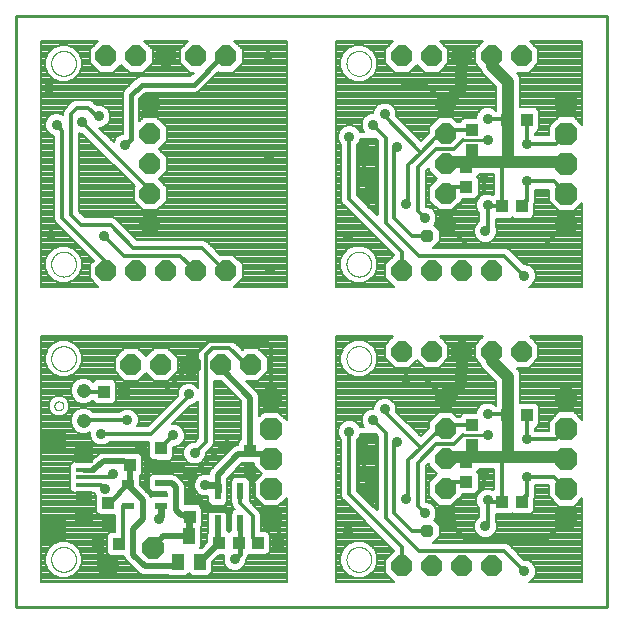
<source format=gtl>
G75*
%MOIN*%
%OFA0B0*%
%FSLAX25Y25*%
%IPPOS*%
%LPD*%
%AMOC8*
5,1,8,0,0,1.08239X$1,22.5*
%
%ADD10C,0.01000*%
%ADD11C,0.00000*%
%ADD12OC8,0.07000*%
%ADD13R,0.03937X0.04331*%
%ADD14OC8,0.07600*%
%ADD15R,0.04331X0.03937*%
%ADD16R,0.05315X0.01575*%
%ADD17C,0.05150*%
%ADD18R,0.07874X0.07874*%
%ADD19C,0.05937*%
%ADD20R,0.05906X0.05906*%
%ADD21R,0.04134X0.04252*%
%ADD22OC8,0.07480*%
%ADD23R,0.04331X0.02362*%
%ADD24R,0.04252X0.04134*%
%ADD25R,0.02362X0.05512*%
%ADD26R,0.03937X0.05512*%
%ADD27C,0.04756*%
%ADD28C,0.00787*%
%ADD29C,0.03562*%
%ADD30C,0.01600*%
%ADD31C,0.01400*%
%ADD32C,0.01378*%
%ADD33C,0.03937*%
%ADD34C,0.05000*%
%ADD35C,0.03200*%
%ADD36C,0.04000*%
%ADD37C,0.01406*%
%ADD38OC8,0.04331*%
%ADD39C,0.01200*%
%ADD40C,0.02362*%
%ADD41C,0.01969*%
%ADD42C,0.01575*%
D10*
X0001500Y0001500D02*
X0198350Y0001500D01*
X0198350Y0198350D01*
X0001500Y0198350D01*
X0001500Y0001500D01*
X0150319Y0058587D02*
X0158587Y0058587D01*
X0158587Y0157012D02*
X0150319Y0157012D01*
D11*
X0111539Y0182602D02*
X0111541Y0182730D01*
X0111547Y0182858D01*
X0111557Y0182985D01*
X0111571Y0183113D01*
X0111588Y0183239D01*
X0111610Y0183365D01*
X0111636Y0183491D01*
X0111665Y0183615D01*
X0111698Y0183739D01*
X0111735Y0183861D01*
X0111776Y0183982D01*
X0111821Y0184102D01*
X0111869Y0184221D01*
X0111921Y0184338D01*
X0111977Y0184453D01*
X0112036Y0184567D01*
X0112098Y0184678D01*
X0112164Y0184788D01*
X0112233Y0184895D01*
X0112306Y0185001D01*
X0112382Y0185104D01*
X0112461Y0185204D01*
X0112543Y0185303D01*
X0112628Y0185398D01*
X0112716Y0185491D01*
X0112807Y0185581D01*
X0112900Y0185668D01*
X0112997Y0185753D01*
X0113095Y0185834D01*
X0113197Y0185912D01*
X0113300Y0185987D01*
X0113406Y0186059D01*
X0113514Y0186128D01*
X0113624Y0186193D01*
X0113737Y0186254D01*
X0113851Y0186313D01*
X0113966Y0186367D01*
X0114084Y0186418D01*
X0114202Y0186466D01*
X0114323Y0186509D01*
X0114444Y0186549D01*
X0114567Y0186585D01*
X0114691Y0186618D01*
X0114816Y0186646D01*
X0114941Y0186671D01*
X0115067Y0186691D01*
X0115194Y0186708D01*
X0115322Y0186721D01*
X0115449Y0186730D01*
X0115577Y0186735D01*
X0115705Y0186736D01*
X0115833Y0186733D01*
X0115961Y0186726D01*
X0116088Y0186715D01*
X0116215Y0186700D01*
X0116342Y0186682D01*
X0116468Y0186659D01*
X0116593Y0186632D01*
X0116717Y0186602D01*
X0116840Y0186568D01*
X0116963Y0186530D01*
X0117084Y0186488D01*
X0117203Y0186442D01*
X0117321Y0186393D01*
X0117438Y0186340D01*
X0117553Y0186284D01*
X0117666Y0186224D01*
X0117777Y0186161D01*
X0117886Y0186094D01*
X0117993Y0186024D01*
X0118098Y0185950D01*
X0118200Y0185874D01*
X0118300Y0185794D01*
X0118398Y0185711D01*
X0118493Y0185625D01*
X0118585Y0185536D01*
X0118674Y0185445D01*
X0118761Y0185351D01*
X0118844Y0185254D01*
X0118925Y0185154D01*
X0119002Y0185053D01*
X0119077Y0184948D01*
X0119148Y0184842D01*
X0119215Y0184733D01*
X0119280Y0184623D01*
X0119340Y0184510D01*
X0119398Y0184396D01*
X0119451Y0184280D01*
X0119501Y0184162D01*
X0119548Y0184043D01*
X0119591Y0183922D01*
X0119630Y0183800D01*
X0119665Y0183677D01*
X0119696Y0183553D01*
X0119724Y0183428D01*
X0119747Y0183302D01*
X0119767Y0183176D01*
X0119783Y0183049D01*
X0119795Y0182922D01*
X0119803Y0182794D01*
X0119807Y0182666D01*
X0119807Y0182538D01*
X0119803Y0182410D01*
X0119795Y0182282D01*
X0119783Y0182155D01*
X0119767Y0182028D01*
X0119747Y0181902D01*
X0119724Y0181776D01*
X0119696Y0181651D01*
X0119665Y0181527D01*
X0119630Y0181404D01*
X0119591Y0181282D01*
X0119548Y0181161D01*
X0119501Y0181042D01*
X0119451Y0180924D01*
X0119398Y0180808D01*
X0119340Y0180694D01*
X0119280Y0180581D01*
X0119215Y0180471D01*
X0119148Y0180362D01*
X0119077Y0180256D01*
X0119002Y0180151D01*
X0118925Y0180050D01*
X0118844Y0179950D01*
X0118761Y0179853D01*
X0118674Y0179759D01*
X0118585Y0179668D01*
X0118493Y0179579D01*
X0118398Y0179493D01*
X0118300Y0179410D01*
X0118200Y0179330D01*
X0118098Y0179254D01*
X0117993Y0179180D01*
X0117886Y0179110D01*
X0117777Y0179043D01*
X0117666Y0178980D01*
X0117553Y0178920D01*
X0117438Y0178864D01*
X0117321Y0178811D01*
X0117203Y0178762D01*
X0117084Y0178716D01*
X0116963Y0178674D01*
X0116840Y0178636D01*
X0116717Y0178602D01*
X0116593Y0178572D01*
X0116468Y0178545D01*
X0116342Y0178522D01*
X0116215Y0178504D01*
X0116088Y0178489D01*
X0115961Y0178478D01*
X0115833Y0178471D01*
X0115705Y0178468D01*
X0115577Y0178469D01*
X0115449Y0178474D01*
X0115322Y0178483D01*
X0115194Y0178496D01*
X0115067Y0178513D01*
X0114941Y0178533D01*
X0114816Y0178558D01*
X0114691Y0178586D01*
X0114567Y0178619D01*
X0114444Y0178655D01*
X0114323Y0178695D01*
X0114202Y0178738D01*
X0114084Y0178786D01*
X0113966Y0178837D01*
X0113851Y0178891D01*
X0113737Y0178950D01*
X0113624Y0179011D01*
X0113514Y0179076D01*
X0113406Y0179145D01*
X0113300Y0179217D01*
X0113197Y0179292D01*
X0113095Y0179370D01*
X0112997Y0179451D01*
X0112900Y0179536D01*
X0112807Y0179623D01*
X0112716Y0179713D01*
X0112628Y0179806D01*
X0112543Y0179901D01*
X0112461Y0180000D01*
X0112382Y0180100D01*
X0112306Y0180203D01*
X0112233Y0180309D01*
X0112164Y0180416D01*
X0112098Y0180526D01*
X0112036Y0180637D01*
X0111977Y0180751D01*
X0111921Y0180866D01*
X0111869Y0180983D01*
X0111821Y0181102D01*
X0111776Y0181222D01*
X0111735Y0181343D01*
X0111698Y0181465D01*
X0111665Y0181589D01*
X0111636Y0181713D01*
X0111610Y0181839D01*
X0111588Y0181965D01*
X0111571Y0182091D01*
X0111557Y0182219D01*
X0111547Y0182346D01*
X0111541Y0182474D01*
X0111539Y0182602D01*
X0111539Y0115673D02*
X0111541Y0115801D01*
X0111547Y0115929D01*
X0111557Y0116056D01*
X0111571Y0116184D01*
X0111588Y0116310D01*
X0111610Y0116436D01*
X0111636Y0116562D01*
X0111665Y0116686D01*
X0111698Y0116810D01*
X0111735Y0116932D01*
X0111776Y0117053D01*
X0111821Y0117173D01*
X0111869Y0117292D01*
X0111921Y0117409D01*
X0111977Y0117524D01*
X0112036Y0117638D01*
X0112098Y0117749D01*
X0112164Y0117859D01*
X0112233Y0117966D01*
X0112306Y0118072D01*
X0112382Y0118175D01*
X0112461Y0118275D01*
X0112543Y0118374D01*
X0112628Y0118469D01*
X0112716Y0118562D01*
X0112807Y0118652D01*
X0112900Y0118739D01*
X0112997Y0118824D01*
X0113095Y0118905D01*
X0113197Y0118983D01*
X0113300Y0119058D01*
X0113406Y0119130D01*
X0113514Y0119199D01*
X0113624Y0119264D01*
X0113737Y0119325D01*
X0113851Y0119384D01*
X0113966Y0119438D01*
X0114084Y0119489D01*
X0114202Y0119537D01*
X0114323Y0119580D01*
X0114444Y0119620D01*
X0114567Y0119656D01*
X0114691Y0119689D01*
X0114816Y0119717D01*
X0114941Y0119742D01*
X0115067Y0119762D01*
X0115194Y0119779D01*
X0115322Y0119792D01*
X0115449Y0119801D01*
X0115577Y0119806D01*
X0115705Y0119807D01*
X0115833Y0119804D01*
X0115961Y0119797D01*
X0116088Y0119786D01*
X0116215Y0119771D01*
X0116342Y0119753D01*
X0116468Y0119730D01*
X0116593Y0119703D01*
X0116717Y0119673D01*
X0116840Y0119639D01*
X0116963Y0119601D01*
X0117084Y0119559D01*
X0117203Y0119513D01*
X0117321Y0119464D01*
X0117438Y0119411D01*
X0117553Y0119355D01*
X0117666Y0119295D01*
X0117777Y0119232D01*
X0117886Y0119165D01*
X0117993Y0119095D01*
X0118098Y0119021D01*
X0118200Y0118945D01*
X0118300Y0118865D01*
X0118398Y0118782D01*
X0118493Y0118696D01*
X0118585Y0118607D01*
X0118674Y0118516D01*
X0118761Y0118422D01*
X0118844Y0118325D01*
X0118925Y0118225D01*
X0119002Y0118124D01*
X0119077Y0118019D01*
X0119148Y0117913D01*
X0119215Y0117804D01*
X0119280Y0117694D01*
X0119340Y0117581D01*
X0119398Y0117467D01*
X0119451Y0117351D01*
X0119501Y0117233D01*
X0119548Y0117114D01*
X0119591Y0116993D01*
X0119630Y0116871D01*
X0119665Y0116748D01*
X0119696Y0116624D01*
X0119724Y0116499D01*
X0119747Y0116373D01*
X0119767Y0116247D01*
X0119783Y0116120D01*
X0119795Y0115993D01*
X0119803Y0115865D01*
X0119807Y0115737D01*
X0119807Y0115609D01*
X0119803Y0115481D01*
X0119795Y0115353D01*
X0119783Y0115226D01*
X0119767Y0115099D01*
X0119747Y0114973D01*
X0119724Y0114847D01*
X0119696Y0114722D01*
X0119665Y0114598D01*
X0119630Y0114475D01*
X0119591Y0114353D01*
X0119548Y0114232D01*
X0119501Y0114113D01*
X0119451Y0113995D01*
X0119398Y0113879D01*
X0119340Y0113765D01*
X0119280Y0113652D01*
X0119215Y0113542D01*
X0119148Y0113433D01*
X0119077Y0113327D01*
X0119002Y0113222D01*
X0118925Y0113121D01*
X0118844Y0113021D01*
X0118761Y0112924D01*
X0118674Y0112830D01*
X0118585Y0112739D01*
X0118493Y0112650D01*
X0118398Y0112564D01*
X0118300Y0112481D01*
X0118200Y0112401D01*
X0118098Y0112325D01*
X0117993Y0112251D01*
X0117886Y0112181D01*
X0117777Y0112114D01*
X0117666Y0112051D01*
X0117553Y0111991D01*
X0117438Y0111935D01*
X0117321Y0111882D01*
X0117203Y0111833D01*
X0117084Y0111787D01*
X0116963Y0111745D01*
X0116840Y0111707D01*
X0116717Y0111673D01*
X0116593Y0111643D01*
X0116468Y0111616D01*
X0116342Y0111593D01*
X0116215Y0111575D01*
X0116088Y0111560D01*
X0115961Y0111549D01*
X0115833Y0111542D01*
X0115705Y0111539D01*
X0115577Y0111540D01*
X0115449Y0111545D01*
X0115322Y0111554D01*
X0115194Y0111567D01*
X0115067Y0111584D01*
X0114941Y0111604D01*
X0114816Y0111629D01*
X0114691Y0111657D01*
X0114567Y0111690D01*
X0114444Y0111726D01*
X0114323Y0111766D01*
X0114202Y0111809D01*
X0114084Y0111857D01*
X0113966Y0111908D01*
X0113851Y0111962D01*
X0113737Y0112021D01*
X0113624Y0112082D01*
X0113514Y0112147D01*
X0113406Y0112216D01*
X0113300Y0112288D01*
X0113197Y0112363D01*
X0113095Y0112441D01*
X0112997Y0112522D01*
X0112900Y0112607D01*
X0112807Y0112694D01*
X0112716Y0112784D01*
X0112628Y0112877D01*
X0112543Y0112972D01*
X0112461Y0113071D01*
X0112382Y0113171D01*
X0112306Y0113274D01*
X0112233Y0113380D01*
X0112164Y0113487D01*
X0112098Y0113597D01*
X0112036Y0113708D01*
X0111977Y0113822D01*
X0111921Y0113937D01*
X0111869Y0114054D01*
X0111821Y0114173D01*
X0111776Y0114293D01*
X0111735Y0114414D01*
X0111698Y0114536D01*
X0111665Y0114660D01*
X0111636Y0114784D01*
X0111610Y0114910D01*
X0111588Y0115036D01*
X0111571Y0115162D01*
X0111557Y0115290D01*
X0111547Y0115417D01*
X0111541Y0115545D01*
X0111539Y0115673D01*
X0111539Y0084177D02*
X0111541Y0084305D01*
X0111547Y0084433D01*
X0111557Y0084560D01*
X0111571Y0084688D01*
X0111588Y0084814D01*
X0111610Y0084940D01*
X0111636Y0085066D01*
X0111665Y0085190D01*
X0111698Y0085314D01*
X0111735Y0085436D01*
X0111776Y0085557D01*
X0111821Y0085677D01*
X0111869Y0085796D01*
X0111921Y0085913D01*
X0111977Y0086028D01*
X0112036Y0086142D01*
X0112098Y0086253D01*
X0112164Y0086363D01*
X0112233Y0086470D01*
X0112306Y0086576D01*
X0112382Y0086679D01*
X0112461Y0086779D01*
X0112543Y0086878D01*
X0112628Y0086973D01*
X0112716Y0087066D01*
X0112807Y0087156D01*
X0112900Y0087243D01*
X0112997Y0087328D01*
X0113095Y0087409D01*
X0113197Y0087487D01*
X0113300Y0087562D01*
X0113406Y0087634D01*
X0113514Y0087703D01*
X0113624Y0087768D01*
X0113737Y0087829D01*
X0113851Y0087888D01*
X0113966Y0087942D01*
X0114084Y0087993D01*
X0114202Y0088041D01*
X0114323Y0088084D01*
X0114444Y0088124D01*
X0114567Y0088160D01*
X0114691Y0088193D01*
X0114816Y0088221D01*
X0114941Y0088246D01*
X0115067Y0088266D01*
X0115194Y0088283D01*
X0115322Y0088296D01*
X0115449Y0088305D01*
X0115577Y0088310D01*
X0115705Y0088311D01*
X0115833Y0088308D01*
X0115961Y0088301D01*
X0116088Y0088290D01*
X0116215Y0088275D01*
X0116342Y0088257D01*
X0116468Y0088234D01*
X0116593Y0088207D01*
X0116717Y0088177D01*
X0116840Y0088143D01*
X0116963Y0088105D01*
X0117084Y0088063D01*
X0117203Y0088017D01*
X0117321Y0087968D01*
X0117438Y0087915D01*
X0117553Y0087859D01*
X0117666Y0087799D01*
X0117777Y0087736D01*
X0117886Y0087669D01*
X0117993Y0087599D01*
X0118098Y0087525D01*
X0118200Y0087449D01*
X0118300Y0087369D01*
X0118398Y0087286D01*
X0118493Y0087200D01*
X0118585Y0087111D01*
X0118674Y0087020D01*
X0118761Y0086926D01*
X0118844Y0086829D01*
X0118925Y0086729D01*
X0119002Y0086628D01*
X0119077Y0086523D01*
X0119148Y0086417D01*
X0119215Y0086308D01*
X0119280Y0086198D01*
X0119340Y0086085D01*
X0119398Y0085971D01*
X0119451Y0085855D01*
X0119501Y0085737D01*
X0119548Y0085618D01*
X0119591Y0085497D01*
X0119630Y0085375D01*
X0119665Y0085252D01*
X0119696Y0085128D01*
X0119724Y0085003D01*
X0119747Y0084877D01*
X0119767Y0084751D01*
X0119783Y0084624D01*
X0119795Y0084497D01*
X0119803Y0084369D01*
X0119807Y0084241D01*
X0119807Y0084113D01*
X0119803Y0083985D01*
X0119795Y0083857D01*
X0119783Y0083730D01*
X0119767Y0083603D01*
X0119747Y0083477D01*
X0119724Y0083351D01*
X0119696Y0083226D01*
X0119665Y0083102D01*
X0119630Y0082979D01*
X0119591Y0082857D01*
X0119548Y0082736D01*
X0119501Y0082617D01*
X0119451Y0082499D01*
X0119398Y0082383D01*
X0119340Y0082269D01*
X0119280Y0082156D01*
X0119215Y0082046D01*
X0119148Y0081937D01*
X0119077Y0081831D01*
X0119002Y0081726D01*
X0118925Y0081625D01*
X0118844Y0081525D01*
X0118761Y0081428D01*
X0118674Y0081334D01*
X0118585Y0081243D01*
X0118493Y0081154D01*
X0118398Y0081068D01*
X0118300Y0080985D01*
X0118200Y0080905D01*
X0118098Y0080829D01*
X0117993Y0080755D01*
X0117886Y0080685D01*
X0117777Y0080618D01*
X0117666Y0080555D01*
X0117553Y0080495D01*
X0117438Y0080439D01*
X0117321Y0080386D01*
X0117203Y0080337D01*
X0117084Y0080291D01*
X0116963Y0080249D01*
X0116840Y0080211D01*
X0116717Y0080177D01*
X0116593Y0080147D01*
X0116468Y0080120D01*
X0116342Y0080097D01*
X0116215Y0080079D01*
X0116088Y0080064D01*
X0115961Y0080053D01*
X0115833Y0080046D01*
X0115705Y0080043D01*
X0115577Y0080044D01*
X0115449Y0080049D01*
X0115322Y0080058D01*
X0115194Y0080071D01*
X0115067Y0080088D01*
X0114941Y0080108D01*
X0114816Y0080133D01*
X0114691Y0080161D01*
X0114567Y0080194D01*
X0114444Y0080230D01*
X0114323Y0080270D01*
X0114202Y0080313D01*
X0114084Y0080361D01*
X0113966Y0080412D01*
X0113851Y0080466D01*
X0113737Y0080525D01*
X0113624Y0080586D01*
X0113514Y0080651D01*
X0113406Y0080720D01*
X0113300Y0080792D01*
X0113197Y0080867D01*
X0113095Y0080945D01*
X0112997Y0081026D01*
X0112900Y0081111D01*
X0112807Y0081198D01*
X0112716Y0081288D01*
X0112628Y0081381D01*
X0112543Y0081476D01*
X0112461Y0081575D01*
X0112382Y0081675D01*
X0112306Y0081778D01*
X0112233Y0081884D01*
X0112164Y0081991D01*
X0112098Y0082101D01*
X0112036Y0082212D01*
X0111977Y0082326D01*
X0111921Y0082441D01*
X0111869Y0082558D01*
X0111821Y0082677D01*
X0111776Y0082797D01*
X0111735Y0082918D01*
X0111698Y0083040D01*
X0111665Y0083164D01*
X0111636Y0083288D01*
X0111610Y0083414D01*
X0111588Y0083540D01*
X0111571Y0083666D01*
X0111557Y0083794D01*
X0111547Y0083921D01*
X0111541Y0084049D01*
X0111539Y0084177D01*
X0111539Y0017248D02*
X0111541Y0017376D01*
X0111547Y0017504D01*
X0111557Y0017631D01*
X0111571Y0017759D01*
X0111588Y0017885D01*
X0111610Y0018011D01*
X0111636Y0018137D01*
X0111665Y0018261D01*
X0111698Y0018385D01*
X0111735Y0018507D01*
X0111776Y0018628D01*
X0111821Y0018748D01*
X0111869Y0018867D01*
X0111921Y0018984D01*
X0111977Y0019099D01*
X0112036Y0019213D01*
X0112098Y0019324D01*
X0112164Y0019434D01*
X0112233Y0019541D01*
X0112306Y0019647D01*
X0112382Y0019750D01*
X0112461Y0019850D01*
X0112543Y0019949D01*
X0112628Y0020044D01*
X0112716Y0020137D01*
X0112807Y0020227D01*
X0112900Y0020314D01*
X0112997Y0020399D01*
X0113095Y0020480D01*
X0113197Y0020558D01*
X0113300Y0020633D01*
X0113406Y0020705D01*
X0113514Y0020774D01*
X0113624Y0020839D01*
X0113737Y0020900D01*
X0113851Y0020959D01*
X0113966Y0021013D01*
X0114084Y0021064D01*
X0114202Y0021112D01*
X0114323Y0021155D01*
X0114444Y0021195D01*
X0114567Y0021231D01*
X0114691Y0021264D01*
X0114816Y0021292D01*
X0114941Y0021317D01*
X0115067Y0021337D01*
X0115194Y0021354D01*
X0115322Y0021367D01*
X0115449Y0021376D01*
X0115577Y0021381D01*
X0115705Y0021382D01*
X0115833Y0021379D01*
X0115961Y0021372D01*
X0116088Y0021361D01*
X0116215Y0021346D01*
X0116342Y0021328D01*
X0116468Y0021305D01*
X0116593Y0021278D01*
X0116717Y0021248D01*
X0116840Y0021214D01*
X0116963Y0021176D01*
X0117084Y0021134D01*
X0117203Y0021088D01*
X0117321Y0021039D01*
X0117438Y0020986D01*
X0117553Y0020930D01*
X0117666Y0020870D01*
X0117777Y0020807D01*
X0117886Y0020740D01*
X0117993Y0020670D01*
X0118098Y0020596D01*
X0118200Y0020520D01*
X0118300Y0020440D01*
X0118398Y0020357D01*
X0118493Y0020271D01*
X0118585Y0020182D01*
X0118674Y0020091D01*
X0118761Y0019997D01*
X0118844Y0019900D01*
X0118925Y0019800D01*
X0119002Y0019699D01*
X0119077Y0019594D01*
X0119148Y0019488D01*
X0119215Y0019379D01*
X0119280Y0019269D01*
X0119340Y0019156D01*
X0119398Y0019042D01*
X0119451Y0018926D01*
X0119501Y0018808D01*
X0119548Y0018689D01*
X0119591Y0018568D01*
X0119630Y0018446D01*
X0119665Y0018323D01*
X0119696Y0018199D01*
X0119724Y0018074D01*
X0119747Y0017948D01*
X0119767Y0017822D01*
X0119783Y0017695D01*
X0119795Y0017568D01*
X0119803Y0017440D01*
X0119807Y0017312D01*
X0119807Y0017184D01*
X0119803Y0017056D01*
X0119795Y0016928D01*
X0119783Y0016801D01*
X0119767Y0016674D01*
X0119747Y0016548D01*
X0119724Y0016422D01*
X0119696Y0016297D01*
X0119665Y0016173D01*
X0119630Y0016050D01*
X0119591Y0015928D01*
X0119548Y0015807D01*
X0119501Y0015688D01*
X0119451Y0015570D01*
X0119398Y0015454D01*
X0119340Y0015340D01*
X0119280Y0015227D01*
X0119215Y0015117D01*
X0119148Y0015008D01*
X0119077Y0014902D01*
X0119002Y0014797D01*
X0118925Y0014696D01*
X0118844Y0014596D01*
X0118761Y0014499D01*
X0118674Y0014405D01*
X0118585Y0014314D01*
X0118493Y0014225D01*
X0118398Y0014139D01*
X0118300Y0014056D01*
X0118200Y0013976D01*
X0118098Y0013900D01*
X0117993Y0013826D01*
X0117886Y0013756D01*
X0117777Y0013689D01*
X0117666Y0013626D01*
X0117553Y0013566D01*
X0117438Y0013510D01*
X0117321Y0013457D01*
X0117203Y0013408D01*
X0117084Y0013362D01*
X0116963Y0013320D01*
X0116840Y0013282D01*
X0116717Y0013248D01*
X0116593Y0013218D01*
X0116468Y0013191D01*
X0116342Y0013168D01*
X0116215Y0013150D01*
X0116088Y0013135D01*
X0115961Y0013124D01*
X0115833Y0013117D01*
X0115705Y0013114D01*
X0115577Y0013115D01*
X0115449Y0013120D01*
X0115322Y0013129D01*
X0115194Y0013142D01*
X0115067Y0013159D01*
X0114941Y0013179D01*
X0114816Y0013204D01*
X0114691Y0013232D01*
X0114567Y0013265D01*
X0114444Y0013301D01*
X0114323Y0013341D01*
X0114202Y0013384D01*
X0114084Y0013432D01*
X0113966Y0013483D01*
X0113851Y0013537D01*
X0113737Y0013596D01*
X0113624Y0013657D01*
X0113514Y0013722D01*
X0113406Y0013791D01*
X0113300Y0013863D01*
X0113197Y0013938D01*
X0113095Y0014016D01*
X0112997Y0014097D01*
X0112900Y0014182D01*
X0112807Y0014269D01*
X0112716Y0014359D01*
X0112628Y0014452D01*
X0112543Y0014547D01*
X0112461Y0014646D01*
X0112382Y0014746D01*
X0112306Y0014849D01*
X0112233Y0014955D01*
X0112164Y0015062D01*
X0112098Y0015172D01*
X0112036Y0015283D01*
X0111977Y0015397D01*
X0111921Y0015512D01*
X0111869Y0015629D01*
X0111821Y0015748D01*
X0111776Y0015868D01*
X0111735Y0015989D01*
X0111698Y0016111D01*
X0111665Y0016235D01*
X0111636Y0016359D01*
X0111610Y0016485D01*
X0111588Y0016611D01*
X0111571Y0016737D01*
X0111557Y0016865D01*
X0111547Y0016992D01*
X0111541Y0017120D01*
X0111539Y0017248D01*
X0013114Y0017248D02*
X0013116Y0017376D01*
X0013122Y0017504D01*
X0013132Y0017631D01*
X0013146Y0017759D01*
X0013163Y0017885D01*
X0013185Y0018011D01*
X0013211Y0018137D01*
X0013240Y0018261D01*
X0013273Y0018385D01*
X0013310Y0018507D01*
X0013351Y0018628D01*
X0013396Y0018748D01*
X0013444Y0018867D01*
X0013496Y0018984D01*
X0013552Y0019099D01*
X0013611Y0019213D01*
X0013673Y0019324D01*
X0013739Y0019434D01*
X0013808Y0019541D01*
X0013881Y0019647D01*
X0013957Y0019750D01*
X0014036Y0019850D01*
X0014118Y0019949D01*
X0014203Y0020044D01*
X0014291Y0020137D01*
X0014382Y0020227D01*
X0014475Y0020314D01*
X0014572Y0020399D01*
X0014670Y0020480D01*
X0014772Y0020558D01*
X0014875Y0020633D01*
X0014981Y0020705D01*
X0015089Y0020774D01*
X0015199Y0020839D01*
X0015312Y0020900D01*
X0015426Y0020959D01*
X0015541Y0021013D01*
X0015659Y0021064D01*
X0015777Y0021112D01*
X0015898Y0021155D01*
X0016019Y0021195D01*
X0016142Y0021231D01*
X0016266Y0021264D01*
X0016391Y0021292D01*
X0016516Y0021317D01*
X0016642Y0021337D01*
X0016769Y0021354D01*
X0016897Y0021367D01*
X0017024Y0021376D01*
X0017152Y0021381D01*
X0017280Y0021382D01*
X0017408Y0021379D01*
X0017536Y0021372D01*
X0017663Y0021361D01*
X0017790Y0021346D01*
X0017917Y0021328D01*
X0018043Y0021305D01*
X0018168Y0021278D01*
X0018292Y0021248D01*
X0018415Y0021214D01*
X0018538Y0021176D01*
X0018659Y0021134D01*
X0018778Y0021088D01*
X0018896Y0021039D01*
X0019013Y0020986D01*
X0019128Y0020930D01*
X0019241Y0020870D01*
X0019352Y0020807D01*
X0019461Y0020740D01*
X0019568Y0020670D01*
X0019673Y0020596D01*
X0019775Y0020520D01*
X0019875Y0020440D01*
X0019973Y0020357D01*
X0020068Y0020271D01*
X0020160Y0020182D01*
X0020249Y0020091D01*
X0020336Y0019997D01*
X0020419Y0019900D01*
X0020500Y0019800D01*
X0020577Y0019699D01*
X0020652Y0019594D01*
X0020723Y0019488D01*
X0020790Y0019379D01*
X0020855Y0019269D01*
X0020915Y0019156D01*
X0020973Y0019042D01*
X0021026Y0018926D01*
X0021076Y0018808D01*
X0021123Y0018689D01*
X0021166Y0018568D01*
X0021205Y0018446D01*
X0021240Y0018323D01*
X0021271Y0018199D01*
X0021299Y0018074D01*
X0021322Y0017948D01*
X0021342Y0017822D01*
X0021358Y0017695D01*
X0021370Y0017568D01*
X0021378Y0017440D01*
X0021382Y0017312D01*
X0021382Y0017184D01*
X0021378Y0017056D01*
X0021370Y0016928D01*
X0021358Y0016801D01*
X0021342Y0016674D01*
X0021322Y0016548D01*
X0021299Y0016422D01*
X0021271Y0016297D01*
X0021240Y0016173D01*
X0021205Y0016050D01*
X0021166Y0015928D01*
X0021123Y0015807D01*
X0021076Y0015688D01*
X0021026Y0015570D01*
X0020973Y0015454D01*
X0020915Y0015340D01*
X0020855Y0015227D01*
X0020790Y0015117D01*
X0020723Y0015008D01*
X0020652Y0014902D01*
X0020577Y0014797D01*
X0020500Y0014696D01*
X0020419Y0014596D01*
X0020336Y0014499D01*
X0020249Y0014405D01*
X0020160Y0014314D01*
X0020068Y0014225D01*
X0019973Y0014139D01*
X0019875Y0014056D01*
X0019775Y0013976D01*
X0019673Y0013900D01*
X0019568Y0013826D01*
X0019461Y0013756D01*
X0019352Y0013689D01*
X0019241Y0013626D01*
X0019128Y0013566D01*
X0019013Y0013510D01*
X0018896Y0013457D01*
X0018778Y0013408D01*
X0018659Y0013362D01*
X0018538Y0013320D01*
X0018415Y0013282D01*
X0018292Y0013248D01*
X0018168Y0013218D01*
X0018043Y0013191D01*
X0017917Y0013168D01*
X0017790Y0013150D01*
X0017663Y0013135D01*
X0017536Y0013124D01*
X0017408Y0013117D01*
X0017280Y0013114D01*
X0017152Y0013115D01*
X0017024Y0013120D01*
X0016897Y0013129D01*
X0016769Y0013142D01*
X0016642Y0013159D01*
X0016516Y0013179D01*
X0016391Y0013204D01*
X0016266Y0013232D01*
X0016142Y0013265D01*
X0016019Y0013301D01*
X0015898Y0013341D01*
X0015777Y0013384D01*
X0015659Y0013432D01*
X0015541Y0013483D01*
X0015426Y0013537D01*
X0015312Y0013596D01*
X0015199Y0013657D01*
X0015089Y0013722D01*
X0014981Y0013791D01*
X0014875Y0013863D01*
X0014772Y0013938D01*
X0014670Y0014016D01*
X0014572Y0014097D01*
X0014475Y0014182D01*
X0014382Y0014269D01*
X0014291Y0014359D01*
X0014203Y0014452D01*
X0014118Y0014547D01*
X0014036Y0014646D01*
X0013957Y0014746D01*
X0013881Y0014849D01*
X0013808Y0014955D01*
X0013739Y0015062D01*
X0013673Y0015172D01*
X0013611Y0015283D01*
X0013552Y0015397D01*
X0013496Y0015512D01*
X0013444Y0015629D01*
X0013396Y0015748D01*
X0013351Y0015868D01*
X0013310Y0015989D01*
X0013273Y0016111D01*
X0013240Y0016235D01*
X0013211Y0016359D01*
X0013185Y0016485D01*
X0013163Y0016611D01*
X0013146Y0016737D01*
X0013132Y0016865D01*
X0013122Y0016992D01*
X0013116Y0017120D01*
X0013114Y0017248D01*
X0014197Y0068429D02*
X0014199Y0068506D01*
X0014205Y0068582D01*
X0014215Y0068658D01*
X0014229Y0068733D01*
X0014246Y0068808D01*
X0014268Y0068881D01*
X0014293Y0068954D01*
X0014323Y0069025D01*
X0014355Y0069094D01*
X0014392Y0069161D01*
X0014431Y0069227D01*
X0014474Y0069290D01*
X0014521Y0069351D01*
X0014570Y0069410D01*
X0014623Y0069466D01*
X0014678Y0069519D01*
X0014736Y0069569D01*
X0014796Y0069616D01*
X0014859Y0069660D01*
X0014924Y0069701D01*
X0014991Y0069738D01*
X0015060Y0069772D01*
X0015130Y0069802D01*
X0015202Y0069828D01*
X0015276Y0069850D01*
X0015350Y0069869D01*
X0015425Y0069884D01*
X0015501Y0069895D01*
X0015577Y0069902D01*
X0015654Y0069905D01*
X0015730Y0069904D01*
X0015807Y0069899D01*
X0015883Y0069890D01*
X0015959Y0069877D01*
X0016033Y0069860D01*
X0016107Y0069840D01*
X0016180Y0069815D01*
X0016251Y0069787D01*
X0016321Y0069755D01*
X0016389Y0069720D01*
X0016455Y0069681D01*
X0016519Y0069639D01*
X0016580Y0069593D01*
X0016640Y0069544D01*
X0016696Y0069493D01*
X0016750Y0069438D01*
X0016801Y0069381D01*
X0016849Y0069321D01*
X0016894Y0069259D01*
X0016935Y0069194D01*
X0016973Y0069128D01*
X0017008Y0069060D01*
X0017038Y0068989D01*
X0017066Y0068918D01*
X0017089Y0068845D01*
X0017109Y0068771D01*
X0017125Y0068696D01*
X0017137Y0068620D01*
X0017145Y0068544D01*
X0017149Y0068467D01*
X0017149Y0068391D01*
X0017145Y0068314D01*
X0017137Y0068238D01*
X0017125Y0068162D01*
X0017109Y0068087D01*
X0017089Y0068013D01*
X0017066Y0067940D01*
X0017038Y0067869D01*
X0017008Y0067798D01*
X0016973Y0067730D01*
X0016935Y0067664D01*
X0016894Y0067599D01*
X0016849Y0067537D01*
X0016801Y0067477D01*
X0016750Y0067420D01*
X0016696Y0067365D01*
X0016640Y0067314D01*
X0016580Y0067265D01*
X0016519Y0067219D01*
X0016455Y0067177D01*
X0016389Y0067138D01*
X0016321Y0067103D01*
X0016251Y0067071D01*
X0016180Y0067043D01*
X0016107Y0067018D01*
X0016033Y0066998D01*
X0015959Y0066981D01*
X0015883Y0066968D01*
X0015807Y0066959D01*
X0015730Y0066954D01*
X0015654Y0066953D01*
X0015577Y0066956D01*
X0015501Y0066963D01*
X0015425Y0066974D01*
X0015350Y0066989D01*
X0015276Y0067008D01*
X0015202Y0067030D01*
X0015130Y0067056D01*
X0015060Y0067086D01*
X0014991Y0067120D01*
X0014924Y0067157D01*
X0014859Y0067198D01*
X0014796Y0067242D01*
X0014736Y0067289D01*
X0014678Y0067339D01*
X0014623Y0067392D01*
X0014570Y0067448D01*
X0014521Y0067507D01*
X0014474Y0067568D01*
X0014431Y0067631D01*
X0014392Y0067697D01*
X0014355Y0067764D01*
X0014323Y0067833D01*
X0014293Y0067904D01*
X0014268Y0067977D01*
X0014246Y0068050D01*
X0014229Y0068125D01*
X0014215Y0068200D01*
X0014205Y0068276D01*
X0014199Y0068352D01*
X0014197Y0068429D01*
X0013114Y0084177D02*
X0013116Y0084305D01*
X0013122Y0084433D01*
X0013132Y0084560D01*
X0013146Y0084688D01*
X0013163Y0084814D01*
X0013185Y0084940D01*
X0013211Y0085066D01*
X0013240Y0085190D01*
X0013273Y0085314D01*
X0013310Y0085436D01*
X0013351Y0085557D01*
X0013396Y0085677D01*
X0013444Y0085796D01*
X0013496Y0085913D01*
X0013552Y0086028D01*
X0013611Y0086142D01*
X0013673Y0086253D01*
X0013739Y0086363D01*
X0013808Y0086470D01*
X0013881Y0086576D01*
X0013957Y0086679D01*
X0014036Y0086779D01*
X0014118Y0086878D01*
X0014203Y0086973D01*
X0014291Y0087066D01*
X0014382Y0087156D01*
X0014475Y0087243D01*
X0014572Y0087328D01*
X0014670Y0087409D01*
X0014772Y0087487D01*
X0014875Y0087562D01*
X0014981Y0087634D01*
X0015089Y0087703D01*
X0015199Y0087768D01*
X0015312Y0087829D01*
X0015426Y0087888D01*
X0015541Y0087942D01*
X0015659Y0087993D01*
X0015777Y0088041D01*
X0015898Y0088084D01*
X0016019Y0088124D01*
X0016142Y0088160D01*
X0016266Y0088193D01*
X0016391Y0088221D01*
X0016516Y0088246D01*
X0016642Y0088266D01*
X0016769Y0088283D01*
X0016897Y0088296D01*
X0017024Y0088305D01*
X0017152Y0088310D01*
X0017280Y0088311D01*
X0017408Y0088308D01*
X0017536Y0088301D01*
X0017663Y0088290D01*
X0017790Y0088275D01*
X0017917Y0088257D01*
X0018043Y0088234D01*
X0018168Y0088207D01*
X0018292Y0088177D01*
X0018415Y0088143D01*
X0018538Y0088105D01*
X0018659Y0088063D01*
X0018778Y0088017D01*
X0018896Y0087968D01*
X0019013Y0087915D01*
X0019128Y0087859D01*
X0019241Y0087799D01*
X0019352Y0087736D01*
X0019461Y0087669D01*
X0019568Y0087599D01*
X0019673Y0087525D01*
X0019775Y0087449D01*
X0019875Y0087369D01*
X0019973Y0087286D01*
X0020068Y0087200D01*
X0020160Y0087111D01*
X0020249Y0087020D01*
X0020336Y0086926D01*
X0020419Y0086829D01*
X0020500Y0086729D01*
X0020577Y0086628D01*
X0020652Y0086523D01*
X0020723Y0086417D01*
X0020790Y0086308D01*
X0020855Y0086198D01*
X0020915Y0086085D01*
X0020973Y0085971D01*
X0021026Y0085855D01*
X0021076Y0085737D01*
X0021123Y0085618D01*
X0021166Y0085497D01*
X0021205Y0085375D01*
X0021240Y0085252D01*
X0021271Y0085128D01*
X0021299Y0085003D01*
X0021322Y0084877D01*
X0021342Y0084751D01*
X0021358Y0084624D01*
X0021370Y0084497D01*
X0021378Y0084369D01*
X0021382Y0084241D01*
X0021382Y0084113D01*
X0021378Y0083985D01*
X0021370Y0083857D01*
X0021358Y0083730D01*
X0021342Y0083603D01*
X0021322Y0083477D01*
X0021299Y0083351D01*
X0021271Y0083226D01*
X0021240Y0083102D01*
X0021205Y0082979D01*
X0021166Y0082857D01*
X0021123Y0082736D01*
X0021076Y0082617D01*
X0021026Y0082499D01*
X0020973Y0082383D01*
X0020915Y0082269D01*
X0020855Y0082156D01*
X0020790Y0082046D01*
X0020723Y0081937D01*
X0020652Y0081831D01*
X0020577Y0081726D01*
X0020500Y0081625D01*
X0020419Y0081525D01*
X0020336Y0081428D01*
X0020249Y0081334D01*
X0020160Y0081243D01*
X0020068Y0081154D01*
X0019973Y0081068D01*
X0019875Y0080985D01*
X0019775Y0080905D01*
X0019673Y0080829D01*
X0019568Y0080755D01*
X0019461Y0080685D01*
X0019352Y0080618D01*
X0019241Y0080555D01*
X0019128Y0080495D01*
X0019013Y0080439D01*
X0018896Y0080386D01*
X0018778Y0080337D01*
X0018659Y0080291D01*
X0018538Y0080249D01*
X0018415Y0080211D01*
X0018292Y0080177D01*
X0018168Y0080147D01*
X0018043Y0080120D01*
X0017917Y0080097D01*
X0017790Y0080079D01*
X0017663Y0080064D01*
X0017536Y0080053D01*
X0017408Y0080046D01*
X0017280Y0080043D01*
X0017152Y0080044D01*
X0017024Y0080049D01*
X0016897Y0080058D01*
X0016769Y0080071D01*
X0016642Y0080088D01*
X0016516Y0080108D01*
X0016391Y0080133D01*
X0016266Y0080161D01*
X0016142Y0080194D01*
X0016019Y0080230D01*
X0015898Y0080270D01*
X0015777Y0080313D01*
X0015659Y0080361D01*
X0015541Y0080412D01*
X0015426Y0080466D01*
X0015312Y0080525D01*
X0015199Y0080586D01*
X0015089Y0080651D01*
X0014981Y0080720D01*
X0014875Y0080792D01*
X0014772Y0080867D01*
X0014670Y0080945D01*
X0014572Y0081026D01*
X0014475Y0081111D01*
X0014382Y0081198D01*
X0014291Y0081288D01*
X0014203Y0081381D01*
X0014118Y0081476D01*
X0014036Y0081575D01*
X0013957Y0081675D01*
X0013881Y0081778D01*
X0013808Y0081884D01*
X0013739Y0081991D01*
X0013673Y0082101D01*
X0013611Y0082212D01*
X0013552Y0082326D01*
X0013496Y0082441D01*
X0013444Y0082558D01*
X0013396Y0082677D01*
X0013351Y0082797D01*
X0013310Y0082918D01*
X0013273Y0083040D01*
X0013240Y0083164D01*
X0013211Y0083288D01*
X0013185Y0083414D01*
X0013163Y0083540D01*
X0013146Y0083666D01*
X0013132Y0083794D01*
X0013122Y0083921D01*
X0013116Y0084049D01*
X0013114Y0084177D01*
X0013114Y0115673D02*
X0013116Y0115801D01*
X0013122Y0115929D01*
X0013132Y0116056D01*
X0013146Y0116184D01*
X0013163Y0116310D01*
X0013185Y0116436D01*
X0013211Y0116562D01*
X0013240Y0116686D01*
X0013273Y0116810D01*
X0013310Y0116932D01*
X0013351Y0117053D01*
X0013396Y0117173D01*
X0013444Y0117292D01*
X0013496Y0117409D01*
X0013552Y0117524D01*
X0013611Y0117638D01*
X0013673Y0117749D01*
X0013739Y0117859D01*
X0013808Y0117966D01*
X0013881Y0118072D01*
X0013957Y0118175D01*
X0014036Y0118275D01*
X0014118Y0118374D01*
X0014203Y0118469D01*
X0014291Y0118562D01*
X0014382Y0118652D01*
X0014475Y0118739D01*
X0014572Y0118824D01*
X0014670Y0118905D01*
X0014772Y0118983D01*
X0014875Y0119058D01*
X0014981Y0119130D01*
X0015089Y0119199D01*
X0015199Y0119264D01*
X0015312Y0119325D01*
X0015426Y0119384D01*
X0015541Y0119438D01*
X0015659Y0119489D01*
X0015777Y0119537D01*
X0015898Y0119580D01*
X0016019Y0119620D01*
X0016142Y0119656D01*
X0016266Y0119689D01*
X0016391Y0119717D01*
X0016516Y0119742D01*
X0016642Y0119762D01*
X0016769Y0119779D01*
X0016897Y0119792D01*
X0017024Y0119801D01*
X0017152Y0119806D01*
X0017280Y0119807D01*
X0017408Y0119804D01*
X0017536Y0119797D01*
X0017663Y0119786D01*
X0017790Y0119771D01*
X0017917Y0119753D01*
X0018043Y0119730D01*
X0018168Y0119703D01*
X0018292Y0119673D01*
X0018415Y0119639D01*
X0018538Y0119601D01*
X0018659Y0119559D01*
X0018778Y0119513D01*
X0018896Y0119464D01*
X0019013Y0119411D01*
X0019128Y0119355D01*
X0019241Y0119295D01*
X0019352Y0119232D01*
X0019461Y0119165D01*
X0019568Y0119095D01*
X0019673Y0119021D01*
X0019775Y0118945D01*
X0019875Y0118865D01*
X0019973Y0118782D01*
X0020068Y0118696D01*
X0020160Y0118607D01*
X0020249Y0118516D01*
X0020336Y0118422D01*
X0020419Y0118325D01*
X0020500Y0118225D01*
X0020577Y0118124D01*
X0020652Y0118019D01*
X0020723Y0117913D01*
X0020790Y0117804D01*
X0020855Y0117694D01*
X0020915Y0117581D01*
X0020973Y0117467D01*
X0021026Y0117351D01*
X0021076Y0117233D01*
X0021123Y0117114D01*
X0021166Y0116993D01*
X0021205Y0116871D01*
X0021240Y0116748D01*
X0021271Y0116624D01*
X0021299Y0116499D01*
X0021322Y0116373D01*
X0021342Y0116247D01*
X0021358Y0116120D01*
X0021370Y0115993D01*
X0021378Y0115865D01*
X0021382Y0115737D01*
X0021382Y0115609D01*
X0021378Y0115481D01*
X0021370Y0115353D01*
X0021358Y0115226D01*
X0021342Y0115099D01*
X0021322Y0114973D01*
X0021299Y0114847D01*
X0021271Y0114722D01*
X0021240Y0114598D01*
X0021205Y0114475D01*
X0021166Y0114353D01*
X0021123Y0114232D01*
X0021076Y0114113D01*
X0021026Y0113995D01*
X0020973Y0113879D01*
X0020915Y0113765D01*
X0020855Y0113652D01*
X0020790Y0113542D01*
X0020723Y0113433D01*
X0020652Y0113327D01*
X0020577Y0113222D01*
X0020500Y0113121D01*
X0020419Y0113021D01*
X0020336Y0112924D01*
X0020249Y0112830D01*
X0020160Y0112739D01*
X0020068Y0112650D01*
X0019973Y0112564D01*
X0019875Y0112481D01*
X0019775Y0112401D01*
X0019673Y0112325D01*
X0019568Y0112251D01*
X0019461Y0112181D01*
X0019352Y0112114D01*
X0019241Y0112051D01*
X0019128Y0111991D01*
X0019013Y0111935D01*
X0018896Y0111882D01*
X0018778Y0111833D01*
X0018659Y0111787D01*
X0018538Y0111745D01*
X0018415Y0111707D01*
X0018292Y0111673D01*
X0018168Y0111643D01*
X0018043Y0111616D01*
X0017917Y0111593D01*
X0017790Y0111575D01*
X0017663Y0111560D01*
X0017536Y0111549D01*
X0017408Y0111542D01*
X0017280Y0111539D01*
X0017152Y0111540D01*
X0017024Y0111545D01*
X0016897Y0111554D01*
X0016769Y0111567D01*
X0016642Y0111584D01*
X0016516Y0111604D01*
X0016391Y0111629D01*
X0016266Y0111657D01*
X0016142Y0111690D01*
X0016019Y0111726D01*
X0015898Y0111766D01*
X0015777Y0111809D01*
X0015659Y0111857D01*
X0015541Y0111908D01*
X0015426Y0111962D01*
X0015312Y0112021D01*
X0015199Y0112082D01*
X0015089Y0112147D01*
X0014981Y0112216D01*
X0014875Y0112288D01*
X0014772Y0112363D01*
X0014670Y0112441D01*
X0014572Y0112522D01*
X0014475Y0112607D01*
X0014382Y0112694D01*
X0014291Y0112784D01*
X0014203Y0112877D01*
X0014118Y0112972D01*
X0014036Y0113071D01*
X0013957Y0113171D01*
X0013881Y0113274D01*
X0013808Y0113380D01*
X0013739Y0113487D01*
X0013673Y0113597D01*
X0013611Y0113708D01*
X0013552Y0113822D01*
X0013496Y0113937D01*
X0013444Y0114054D01*
X0013396Y0114173D01*
X0013351Y0114293D01*
X0013310Y0114414D01*
X0013273Y0114536D01*
X0013240Y0114660D01*
X0013211Y0114784D01*
X0013185Y0114910D01*
X0013163Y0115036D01*
X0013146Y0115162D01*
X0013132Y0115290D01*
X0013122Y0115417D01*
X0013116Y0115545D01*
X0013114Y0115673D01*
X0013114Y0182602D02*
X0013116Y0182730D01*
X0013122Y0182858D01*
X0013132Y0182985D01*
X0013146Y0183113D01*
X0013163Y0183239D01*
X0013185Y0183365D01*
X0013211Y0183491D01*
X0013240Y0183615D01*
X0013273Y0183739D01*
X0013310Y0183861D01*
X0013351Y0183982D01*
X0013396Y0184102D01*
X0013444Y0184221D01*
X0013496Y0184338D01*
X0013552Y0184453D01*
X0013611Y0184567D01*
X0013673Y0184678D01*
X0013739Y0184788D01*
X0013808Y0184895D01*
X0013881Y0185001D01*
X0013957Y0185104D01*
X0014036Y0185204D01*
X0014118Y0185303D01*
X0014203Y0185398D01*
X0014291Y0185491D01*
X0014382Y0185581D01*
X0014475Y0185668D01*
X0014572Y0185753D01*
X0014670Y0185834D01*
X0014772Y0185912D01*
X0014875Y0185987D01*
X0014981Y0186059D01*
X0015089Y0186128D01*
X0015199Y0186193D01*
X0015312Y0186254D01*
X0015426Y0186313D01*
X0015541Y0186367D01*
X0015659Y0186418D01*
X0015777Y0186466D01*
X0015898Y0186509D01*
X0016019Y0186549D01*
X0016142Y0186585D01*
X0016266Y0186618D01*
X0016391Y0186646D01*
X0016516Y0186671D01*
X0016642Y0186691D01*
X0016769Y0186708D01*
X0016897Y0186721D01*
X0017024Y0186730D01*
X0017152Y0186735D01*
X0017280Y0186736D01*
X0017408Y0186733D01*
X0017536Y0186726D01*
X0017663Y0186715D01*
X0017790Y0186700D01*
X0017917Y0186682D01*
X0018043Y0186659D01*
X0018168Y0186632D01*
X0018292Y0186602D01*
X0018415Y0186568D01*
X0018538Y0186530D01*
X0018659Y0186488D01*
X0018778Y0186442D01*
X0018896Y0186393D01*
X0019013Y0186340D01*
X0019128Y0186284D01*
X0019241Y0186224D01*
X0019352Y0186161D01*
X0019461Y0186094D01*
X0019568Y0186024D01*
X0019673Y0185950D01*
X0019775Y0185874D01*
X0019875Y0185794D01*
X0019973Y0185711D01*
X0020068Y0185625D01*
X0020160Y0185536D01*
X0020249Y0185445D01*
X0020336Y0185351D01*
X0020419Y0185254D01*
X0020500Y0185154D01*
X0020577Y0185053D01*
X0020652Y0184948D01*
X0020723Y0184842D01*
X0020790Y0184733D01*
X0020855Y0184623D01*
X0020915Y0184510D01*
X0020973Y0184396D01*
X0021026Y0184280D01*
X0021076Y0184162D01*
X0021123Y0184043D01*
X0021166Y0183922D01*
X0021205Y0183800D01*
X0021240Y0183677D01*
X0021271Y0183553D01*
X0021299Y0183428D01*
X0021322Y0183302D01*
X0021342Y0183176D01*
X0021358Y0183049D01*
X0021370Y0182922D01*
X0021378Y0182794D01*
X0021382Y0182666D01*
X0021382Y0182538D01*
X0021378Y0182410D01*
X0021370Y0182282D01*
X0021358Y0182155D01*
X0021342Y0182028D01*
X0021322Y0181902D01*
X0021299Y0181776D01*
X0021271Y0181651D01*
X0021240Y0181527D01*
X0021205Y0181404D01*
X0021166Y0181282D01*
X0021123Y0181161D01*
X0021076Y0181042D01*
X0021026Y0180924D01*
X0020973Y0180808D01*
X0020915Y0180694D01*
X0020855Y0180581D01*
X0020790Y0180471D01*
X0020723Y0180362D01*
X0020652Y0180256D01*
X0020577Y0180151D01*
X0020500Y0180050D01*
X0020419Y0179950D01*
X0020336Y0179853D01*
X0020249Y0179759D01*
X0020160Y0179668D01*
X0020068Y0179579D01*
X0019973Y0179493D01*
X0019875Y0179410D01*
X0019775Y0179330D01*
X0019673Y0179254D01*
X0019568Y0179180D01*
X0019461Y0179110D01*
X0019352Y0179043D01*
X0019241Y0178980D01*
X0019128Y0178920D01*
X0019013Y0178864D01*
X0018896Y0178811D01*
X0018778Y0178762D01*
X0018659Y0178716D01*
X0018538Y0178674D01*
X0018415Y0178636D01*
X0018292Y0178602D01*
X0018168Y0178572D01*
X0018043Y0178545D01*
X0017917Y0178522D01*
X0017790Y0178504D01*
X0017663Y0178489D01*
X0017536Y0178478D01*
X0017408Y0178471D01*
X0017280Y0178468D01*
X0017152Y0178469D01*
X0017024Y0178474D01*
X0016897Y0178483D01*
X0016769Y0178496D01*
X0016642Y0178513D01*
X0016516Y0178533D01*
X0016391Y0178558D01*
X0016266Y0178586D01*
X0016142Y0178619D01*
X0016019Y0178655D01*
X0015898Y0178695D01*
X0015777Y0178738D01*
X0015659Y0178786D01*
X0015541Y0178837D01*
X0015426Y0178891D01*
X0015312Y0178950D01*
X0015199Y0179011D01*
X0015089Y0179076D01*
X0014981Y0179145D01*
X0014875Y0179217D01*
X0014772Y0179292D01*
X0014670Y0179370D01*
X0014572Y0179451D01*
X0014475Y0179536D01*
X0014382Y0179623D01*
X0014291Y0179713D01*
X0014203Y0179806D01*
X0014118Y0179901D01*
X0014036Y0180000D01*
X0013957Y0180100D01*
X0013881Y0180203D01*
X0013808Y0180309D01*
X0013739Y0180416D01*
X0013673Y0180526D01*
X0013611Y0180637D01*
X0013552Y0180751D01*
X0013496Y0180866D01*
X0013444Y0180983D01*
X0013396Y0181102D01*
X0013351Y0181222D01*
X0013310Y0181343D01*
X0013273Y0181465D01*
X0013240Y0181589D01*
X0013211Y0181713D01*
X0013185Y0181839D01*
X0013163Y0181965D01*
X0013146Y0182091D01*
X0013132Y0182219D01*
X0013122Y0182346D01*
X0013116Y0182474D01*
X0013114Y0182602D01*
D12*
X0031500Y0184965D03*
X0041500Y0184965D03*
X0051500Y0184965D03*
X0061500Y0184965D03*
X0071500Y0184965D03*
X0046146Y0169138D03*
X0046146Y0159138D03*
X0046146Y0149138D03*
X0046146Y0139138D03*
X0046146Y0129138D03*
X0041500Y0113311D03*
X0051500Y0113311D03*
X0061500Y0113311D03*
X0071500Y0113311D03*
X0069768Y0082209D03*
X0059768Y0082209D03*
X0049768Y0082209D03*
X0039768Y0082209D03*
X0031500Y0113311D03*
X0079768Y0082209D03*
X0129925Y0086539D03*
X0139925Y0086539D03*
X0149925Y0086539D03*
X0159925Y0086539D03*
X0169925Y0086539D03*
X0144571Y0070713D03*
X0144571Y0060713D03*
X0144571Y0050713D03*
X0144571Y0040713D03*
X0144571Y0030713D03*
X0140004Y0014886D03*
X0130004Y0014886D03*
X0150004Y0014886D03*
X0160004Y0014886D03*
X0160004Y0113311D03*
X0150004Y0113311D03*
X0140004Y0113311D03*
X0130004Y0113311D03*
X0144571Y0129138D03*
X0144571Y0139138D03*
X0144571Y0149138D03*
X0144571Y0159138D03*
X0144571Y0169138D03*
X0139925Y0184965D03*
X0129925Y0184965D03*
X0149925Y0184965D03*
X0159925Y0184965D03*
X0169925Y0184965D03*
D13*
X0171776Y0163705D03*
X0165083Y0163705D03*
X0163508Y0134965D03*
X0170201Y0134965D03*
X0171776Y0065280D03*
X0165083Y0065280D03*
X0163508Y0036539D03*
X0170201Y0036539D03*
X0075713Y0022760D03*
X0069020Y0022760D03*
X0035555Y0022366D03*
X0028862Y0022366D03*
X0030831Y0073154D03*
X0037524Y0073154D03*
D14*
X0086382Y0070713D03*
X0086382Y0060713D03*
X0086382Y0050713D03*
X0086382Y0040713D03*
X0086382Y0030713D03*
X0184807Y0030713D03*
X0184807Y0040713D03*
X0184807Y0050713D03*
X0184807Y0060713D03*
X0184807Y0070713D03*
X0184807Y0129138D03*
X0184807Y0139138D03*
X0184807Y0149138D03*
X0184807Y0159138D03*
X0184807Y0169138D03*
D15*
X0153469Y0160358D03*
X0153469Y0153665D03*
X0151500Y0148154D03*
X0151500Y0141461D03*
X0153469Y0061933D03*
X0153469Y0055240D03*
X0151500Y0049728D03*
X0151500Y0043035D03*
X0032209Y0035949D03*
X0032209Y0029256D03*
D16*
X0024138Y0036933D03*
X0024138Y0039492D03*
X0024138Y0042051D03*
X0024138Y0044610D03*
X0024138Y0047169D03*
D17*
X0023547Y0051894D03*
X0023547Y0032209D03*
D18*
X0014098Y0027878D03*
X0014098Y0056224D03*
D19*
X0014098Y0056224D03*
X0014098Y0027878D03*
D20*
X0023941Y0031815D03*
X0023941Y0052248D03*
D21*
X0039394Y0048744D03*
X0042937Y0054256D03*
X0046283Y0048744D03*
X0049827Y0054256D03*
X0081913Y0022760D03*
X0088803Y0022760D03*
D22*
X0047169Y0021185D03*
X0032209Y0014886D03*
D23*
X0038705Y0035161D03*
X0038705Y0042642D03*
X0049728Y0042642D03*
X0049728Y0038902D03*
X0049728Y0035161D03*
D24*
X0059374Y0038409D03*
X0059374Y0031520D03*
X0079453Y0046480D03*
X0079453Y0053370D03*
D25*
X0076106Y0039886D03*
X0068626Y0039886D03*
X0068626Y0029256D03*
X0072366Y0029256D03*
X0076106Y0029256D03*
D26*
X0062720Y0016461D03*
X0055240Y0016461D03*
X0058980Y0025122D03*
D27*
X0023941Y0063429D03*
X0023941Y0073429D03*
D28*
X0026894Y0070235D02*
X0026894Y0070173D01*
X0028047Y0069020D01*
X0033615Y0069020D01*
X0034768Y0070173D01*
X0034768Y0076134D01*
X0033615Y0077287D01*
X0028047Y0077287D01*
X0027138Y0076379D01*
X0026403Y0077114D01*
X0024806Y0077776D01*
X0023076Y0077776D01*
X0021479Y0077114D01*
X0020256Y0075891D01*
X0019594Y0074294D01*
X0019594Y0072565D01*
X0020256Y0070967D01*
X0021479Y0069744D01*
X0023076Y0069083D01*
X0024806Y0069083D01*
X0026403Y0069744D01*
X0026894Y0070235D01*
X0027192Y0069874D02*
X0026533Y0069874D01*
X0027978Y0069089D02*
X0024820Y0069089D01*
X0024806Y0067776D02*
X0023076Y0067776D01*
X0021479Y0067114D01*
X0020256Y0065891D01*
X0019594Y0064294D01*
X0019594Y0062565D01*
X0020256Y0060967D01*
X0021479Y0059744D01*
X0023076Y0059083D01*
X0024806Y0059083D01*
X0026097Y0059618D01*
X0026097Y0058234D01*
X0026668Y0056856D01*
X0027722Y0055802D01*
X0029101Y0055231D01*
X0030592Y0055231D01*
X0031970Y0055802D01*
X0032481Y0056312D01*
X0045791Y0056312D01*
X0045791Y0051315D01*
X0046944Y0050161D01*
X0052709Y0050161D01*
X0053862Y0051315D01*
X0053862Y0054809D01*
X0053890Y0054837D01*
X0054608Y0054837D01*
X0055986Y0055408D01*
X0057041Y0056463D01*
X0057612Y0057841D01*
X0057612Y0059332D01*
X0057041Y0060711D01*
X0055986Y0061765D01*
X0054608Y0062336D01*
X0053512Y0062336D01*
X0059838Y0068663D01*
X0061104Y0069187D01*
X0062099Y0070182D01*
X0062099Y0057605D01*
X0060925Y0056431D01*
X0060203Y0056431D01*
X0058825Y0055860D01*
X0057770Y0054805D01*
X0057199Y0053427D01*
X0057199Y0051935D01*
X0057770Y0050557D01*
X0058825Y0049502D01*
X0060203Y0048931D01*
X0061695Y0048931D01*
X0063073Y0049502D01*
X0064128Y0050557D01*
X0064698Y0051935D01*
X0064698Y0052657D01*
X0067030Y0054988D01*
X0067436Y0055969D01*
X0067436Y0076807D01*
X0067503Y0076740D01*
X0069722Y0076740D01*
X0076500Y0069962D01*
X0076500Y0057394D01*
X0075358Y0056252D01*
X0075358Y0055240D01*
X0074928Y0055240D01*
X0073843Y0054791D01*
X0066123Y0047070D01*
X0065673Y0045985D01*
X0065673Y0045620D01*
X0065238Y0045801D01*
X0063746Y0045801D01*
X0062368Y0045230D01*
X0061313Y0044175D01*
X0060743Y0042797D01*
X0060743Y0041305D01*
X0061313Y0039927D01*
X0062368Y0038872D01*
X0063746Y0038302D01*
X0065238Y0038302D01*
X0065476Y0038400D01*
X0065476Y0036315D01*
X0066629Y0035161D01*
X0070622Y0035161D01*
X0071776Y0036315D01*
X0071776Y0043457D01*
X0071579Y0043654D01*
X0071579Y0044175D01*
X0076739Y0049335D01*
X0080613Y0049335D01*
X0080613Y0048323D01*
X0083224Y0045713D01*
X0080613Y0043102D01*
X0080613Y0038323D01*
X0083992Y0034944D01*
X0088771Y0034944D01*
X0091657Y0037830D01*
X0091657Y0009768D01*
X0009768Y0009768D01*
X0009768Y0091657D01*
X0091657Y0091657D01*
X0091657Y0063595D01*
X0088771Y0066481D01*
X0083992Y0066481D01*
X0082405Y0064894D01*
X0082405Y0071772D01*
X0081956Y0072858D01*
X0078073Y0076740D01*
X0082033Y0076740D01*
X0085236Y0079944D01*
X0085236Y0084474D01*
X0082033Y0087677D01*
X0077503Y0087677D01*
X0076935Y0087109D01*
X0074220Y0089640D01*
X0073878Y0089983D01*
X0073833Y0090001D01*
X0073798Y0090034D01*
X0073344Y0090204D01*
X0072897Y0090389D01*
X0072849Y0090389D01*
X0072803Y0090406D01*
X0072319Y0090389D01*
X0067392Y0090389D01*
X0067386Y0090392D01*
X0066323Y0090392D01*
X0065341Y0089985D01*
X0062621Y0087265D01*
X0062602Y0087219D01*
X0062590Y0087207D01*
X0062199Y0086263D01*
X0062199Y0080225D01*
X0062099Y0079984D01*
X0062099Y0074550D01*
X0061104Y0075545D01*
X0059726Y0076116D01*
X0058234Y0076116D01*
X0056856Y0075545D01*
X0055802Y0074490D01*
X0055231Y0073112D01*
X0055231Y0071620D01*
X0055236Y0071608D01*
X0045277Y0061649D01*
X0041715Y0061649D01*
X0042257Y0062959D01*
X0042257Y0064451D01*
X0041687Y0065829D01*
X0040632Y0066883D01*
X0039254Y0067454D01*
X0037762Y0067454D01*
X0036384Y0066883D01*
X0035874Y0066373D01*
X0027144Y0066373D01*
X0026403Y0067114D01*
X0024806Y0067776D01*
X0025431Y0067517D02*
X0051144Y0067517D01*
X0050359Y0066731D02*
X0040785Y0066731D01*
X0041570Y0065945D02*
X0049573Y0065945D01*
X0048787Y0065159D02*
X0041964Y0065159D01*
X0042257Y0064373D02*
X0048001Y0064373D01*
X0047215Y0063587D02*
X0042257Y0063587D01*
X0042192Y0062801D02*
X0046429Y0062801D01*
X0045643Y0062015D02*
X0041867Y0062015D01*
X0036231Y0066731D02*
X0026786Y0066731D01*
X0023062Y0069089D02*
X0019118Y0069089D01*
X0019118Y0069114D02*
X0018594Y0070380D01*
X0017625Y0071350D01*
X0016358Y0071874D01*
X0014988Y0071874D01*
X0013722Y0071350D01*
X0012753Y0070380D01*
X0012228Y0069114D01*
X0012228Y0067744D01*
X0012753Y0066478D01*
X0013722Y0065509D01*
X0014988Y0064984D01*
X0016358Y0064984D01*
X0017625Y0065509D01*
X0018594Y0066478D01*
X0019118Y0067744D01*
X0019118Y0069114D01*
X0019118Y0068303D02*
X0051930Y0068303D01*
X0052716Y0069089D02*
X0033683Y0069089D01*
X0034469Y0069874D02*
X0053502Y0069874D01*
X0054288Y0070660D02*
X0034768Y0070660D01*
X0034768Y0071446D02*
X0055074Y0071446D01*
X0055231Y0072232D02*
X0034768Y0072232D01*
X0034768Y0073018D02*
X0055231Y0073018D01*
X0055517Y0073804D02*
X0034768Y0073804D01*
X0034768Y0074590D02*
X0055901Y0074590D01*
X0056687Y0075376D02*
X0034768Y0075376D01*
X0034740Y0076162D02*
X0062099Y0076162D01*
X0062099Y0076948D02*
X0052240Y0076948D01*
X0052033Y0076740D02*
X0055236Y0079944D01*
X0055236Y0084474D01*
X0052033Y0087677D01*
X0047503Y0087677D01*
X0044768Y0084942D01*
X0042033Y0087677D01*
X0037503Y0087677D01*
X0034299Y0084474D01*
X0034299Y0079944D01*
X0037503Y0076740D01*
X0042033Y0076740D01*
X0044768Y0079475D01*
X0047503Y0076740D01*
X0052033Y0076740D01*
X0053026Y0077734D02*
X0062099Y0077734D01*
X0062099Y0078519D02*
X0053812Y0078519D01*
X0054598Y0079305D02*
X0062099Y0079305D01*
X0062144Y0080091D02*
X0055236Y0080091D01*
X0055236Y0080877D02*
X0062199Y0080877D01*
X0062199Y0081663D02*
X0055236Y0081663D01*
X0055236Y0082449D02*
X0062199Y0082449D01*
X0062199Y0083235D02*
X0055236Y0083235D01*
X0055236Y0084021D02*
X0062199Y0084021D01*
X0062199Y0084807D02*
X0054903Y0084807D01*
X0054117Y0085593D02*
X0062199Y0085593D01*
X0062247Y0086379D02*
X0053331Y0086379D01*
X0052545Y0087165D02*
X0062573Y0087165D01*
X0063307Y0087950D02*
X0022105Y0087950D01*
X0022421Y0087634D02*
X0020705Y0089350D01*
X0018462Y0090280D01*
X0016034Y0090280D01*
X0013791Y0089350D01*
X0012075Y0087634D01*
X0011146Y0085391D01*
X0011146Y0082963D01*
X0012075Y0080720D01*
X0013791Y0079004D01*
X0016034Y0078075D01*
X0018462Y0078075D01*
X0020705Y0079004D01*
X0022421Y0080720D01*
X0023350Y0082963D01*
X0023350Y0085391D01*
X0022421Y0087634D01*
X0022616Y0087165D02*
X0036990Y0087165D01*
X0036204Y0086379D02*
X0022941Y0086379D01*
X0023267Y0085593D02*
X0035418Y0085593D01*
X0034632Y0084807D02*
X0023350Y0084807D01*
X0023350Y0084021D02*
X0034299Y0084021D01*
X0034299Y0083235D02*
X0023350Y0083235D01*
X0023137Y0082449D02*
X0034299Y0082449D01*
X0034299Y0081663D02*
X0022812Y0081663D01*
X0022486Y0080877D02*
X0034299Y0080877D01*
X0034299Y0080091D02*
X0021792Y0080091D01*
X0021006Y0079305D02*
X0034937Y0079305D01*
X0035723Y0078519D02*
X0019535Y0078519D01*
X0021313Y0076948D02*
X0009768Y0076948D01*
X0009768Y0077734D02*
X0022975Y0077734D01*
X0024907Y0077734D02*
X0036509Y0077734D01*
X0037295Y0076948D02*
X0033954Y0076948D01*
X0027707Y0076948D02*
X0026569Y0076948D01*
X0020527Y0076162D02*
X0009768Y0076162D01*
X0009768Y0075376D02*
X0020043Y0075376D01*
X0019717Y0074590D02*
X0009768Y0074590D01*
X0009768Y0073804D02*
X0019594Y0073804D01*
X0019594Y0073018D02*
X0009768Y0073018D01*
X0009768Y0072232D02*
X0019732Y0072232D01*
X0020058Y0071446D02*
X0017391Y0071446D01*
X0018314Y0070660D02*
X0020563Y0070660D01*
X0021349Y0069874D02*
X0018803Y0069874D01*
X0019024Y0067517D02*
X0022451Y0067517D01*
X0021096Y0066731D02*
X0018698Y0066731D01*
X0018061Y0065945D02*
X0020310Y0065945D01*
X0019953Y0065159D02*
X0016780Y0065159D01*
X0014566Y0065159D02*
X0009768Y0065159D01*
X0009768Y0065945D02*
X0013286Y0065945D01*
X0012648Y0066731D02*
X0009768Y0066731D01*
X0009768Y0067517D02*
X0012322Y0067517D01*
X0012228Y0068303D02*
X0009768Y0068303D01*
X0009768Y0069089D02*
X0012228Y0069089D01*
X0012543Y0069874D02*
X0009768Y0069874D01*
X0009768Y0070660D02*
X0013033Y0070660D01*
X0013955Y0071446D02*
X0009768Y0071446D01*
X0009768Y0064373D02*
X0019627Y0064373D01*
X0019594Y0063587D02*
X0009768Y0063587D01*
X0009768Y0062801D02*
X0019594Y0062801D01*
X0019822Y0062015D02*
X0009768Y0062015D01*
X0009768Y0061229D02*
X0020148Y0061229D01*
X0020780Y0060443D02*
X0009768Y0060443D01*
X0009768Y0059658D02*
X0021689Y0059658D01*
X0026097Y0058872D02*
X0009768Y0058872D01*
X0009768Y0058086D02*
X0026158Y0058086D01*
X0026484Y0057300D02*
X0009768Y0057300D01*
X0009768Y0056514D02*
X0027010Y0056514D01*
X0027900Y0055728D02*
X0009768Y0055728D01*
X0009768Y0054942D02*
X0045791Y0054942D01*
X0045791Y0054156D02*
X0009768Y0054156D01*
X0009768Y0053370D02*
X0045791Y0053370D01*
X0045791Y0052584D02*
X0042530Y0052584D01*
X0042276Y0052839D02*
X0038206Y0052839D01*
X0038111Y0052878D01*
X0030747Y0052878D01*
X0030275Y0052914D01*
X0030164Y0052878D01*
X0030047Y0052878D01*
X0029609Y0052697D01*
X0029158Y0052549D01*
X0029069Y0052473D01*
X0028961Y0052428D01*
X0028626Y0052093D01*
X0026232Y0050041D01*
X0026000Y0049925D01*
X0020665Y0049925D01*
X0019512Y0048772D01*
X0019512Y0040448D01*
X0020665Y0039295D01*
X0027611Y0039295D01*
X0027618Y0039303D01*
X0027849Y0038746D01*
X0028075Y0038520D01*
X0028075Y0033165D01*
X0029228Y0032012D01*
X0034262Y0032012D01*
X0034262Y0026500D01*
X0032771Y0026500D01*
X0031618Y0025347D01*
X0031618Y0019385D01*
X0032771Y0018232D01*
X0037525Y0018232D01*
X0037973Y0017150D01*
X0041910Y0013213D01*
X0042741Y0012383D01*
X0043826Y0011933D01*
X0052259Y0011933D01*
X0052456Y0011736D01*
X0053344Y0011736D01*
X0053447Y0011702D01*
X0053967Y0011736D01*
X0058024Y0011736D01*
X0058980Y0012692D01*
X0059937Y0011736D01*
X0065504Y0011736D01*
X0066657Y0012889D01*
X0066657Y0016222D01*
X0069062Y0018626D01*
X0070847Y0018626D01*
X0070585Y0017994D01*
X0070585Y0016502D01*
X0071156Y0015124D01*
X0072211Y0014069D01*
X0073589Y0013498D01*
X0075080Y0013498D01*
X0076459Y0014069D01*
X0077513Y0015124D01*
X0078084Y0016502D01*
X0078084Y0017082D01*
X0078453Y0017451D01*
X0078875Y0018469D01*
X0078875Y0018822D01*
X0079031Y0018665D01*
X0084796Y0018665D01*
X0085949Y0019818D01*
X0085949Y0025701D01*
X0084796Y0026854D01*
X0082909Y0026854D01*
X0082909Y0032346D01*
X0082502Y0033327D01*
X0081752Y0034077D01*
X0081752Y0034077D01*
X0079256Y0036573D01*
X0079256Y0043457D01*
X0078103Y0044610D01*
X0074110Y0044610D01*
X0072957Y0043457D01*
X0072957Y0036315D01*
X0073438Y0035833D01*
X0073438Y0035418D01*
X0073844Y0034437D01*
X0074301Y0033980D01*
X0074110Y0033980D01*
X0072957Y0032827D01*
X0072957Y0026894D01*
X0072929Y0026894D01*
X0072366Y0026331D01*
X0071804Y0026894D01*
X0071776Y0026894D01*
X0071776Y0032827D01*
X0070622Y0033980D01*
X0066629Y0033980D01*
X0065476Y0032827D01*
X0065476Y0026134D01*
X0065083Y0025741D01*
X0065083Y0022999D01*
X0063269Y0021185D01*
X0062552Y0021185D01*
X0062917Y0021551D01*
X0062917Y0028086D01*
X0063468Y0028637D01*
X0063468Y0034402D01*
X0062315Y0035555D01*
X0057602Y0035555D01*
X0057602Y0041851D01*
X0057153Y0042936D01*
X0056322Y0043767D01*
X0054944Y0045145D01*
X0053859Y0045594D01*
X0052906Y0045594D01*
X0052709Y0045791D01*
X0046748Y0045791D01*
X0045594Y0044638D01*
X0045594Y0040645D01*
X0046748Y0039492D01*
X0051697Y0039492D01*
X0051697Y0038311D01*
X0046748Y0038311D01*
X0046397Y0037960D01*
X0046129Y0038606D01*
X0045299Y0039436D01*
X0042839Y0041896D01*
X0042839Y0044638D01*
X0042552Y0044925D01*
X0043429Y0045803D01*
X0043429Y0051685D01*
X0042276Y0052839D01*
X0043316Y0051798D02*
X0045791Y0051798D01*
X0046093Y0051013D02*
X0043429Y0051013D01*
X0043429Y0050227D02*
X0046879Y0050227D01*
X0043429Y0049441D02*
X0058974Y0049441D01*
X0058101Y0050227D02*
X0052774Y0050227D01*
X0053560Y0051013D02*
X0057581Y0051013D01*
X0057256Y0051798D02*
X0053862Y0051798D01*
X0053862Y0052584D02*
X0057199Y0052584D01*
X0057199Y0053370D02*
X0053862Y0053370D01*
X0053862Y0054156D02*
X0057501Y0054156D01*
X0057907Y0054942D02*
X0054862Y0054942D01*
X0056306Y0055728D02*
X0058693Y0055728D01*
X0057062Y0056514D02*
X0061008Y0056514D01*
X0061794Y0057300D02*
X0057388Y0057300D01*
X0057612Y0058086D02*
X0062099Y0058086D01*
X0062099Y0058872D02*
X0057612Y0058872D01*
X0057477Y0059658D02*
X0062099Y0059658D01*
X0062099Y0060443D02*
X0057152Y0060443D01*
X0056522Y0061229D02*
X0062099Y0061229D01*
X0062099Y0062015D02*
X0055383Y0062015D01*
X0053977Y0062801D02*
X0062099Y0062801D01*
X0062099Y0063587D02*
X0054763Y0063587D01*
X0055548Y0064373D02*
X0062099Y0064373D01*
X0062099Y0065159D02*
X0056334Y0065159D01*
X0057120Y0065945D02*
X0062099Y0065945D01*
X0062099Y0066731D02*
X0057906Y0066731D01*
X0058692Y0067517D02*
X0062099Y0067517D01*
X0062099Y0068303D02*
X0059478Y0068303D01*
X0060866Y0069089D02*
X0062099Y0069089D01*
X0062099Y0069874D02*
X0061791Y0069874D01*
X0067436Y0069874D02*
X0076500Y0069874D01*
X0076500Y0069089D02*
X0067436Y0069089D01*
X0067436Y0068303D02*
X0076500Y0068303D01*
X0076500Y0067517D02*
X0067436Y0067517D01*
X0067436Y0066731D02*
X0076500Y0066731D01*
X0076500Y0065945D02*
X0067436Y0065945D01*
X0067436Y0065159D02*
X0076500Y0065159D01*
X0076500Y0064373D02*
X0067436Y0064373D01*
X0067436Y0063587D02*
X0076500Y0063587D01*
X0076500Y0062801D02*
X0067436Y0062801D01*
X0067436Y0062015D02*
X0076500Y0062015D01*
X0076500Y0061229D02*
X0067436Y0061229D01*
X0067436Y0060443D02*
X0076500Y0060443D01*
X0076500Y0059658D02*
X0067436Y0059658D01*
X0067436Y0058872D02*
X0076500Y0058872D01*
X0076500Y0058086D02*
X0067436Y0058086D01*
X0067436Y0057300D02*
X0076406Y0057300D01*
X0075620Y0056514D02*
X0067436Y0056514D01*
X0067336Y0055728D02*
X0075358Y0055728D01*
X0074209Y0054942D02*
X0066984Y0054942D01*
X0066198Y0054156D02*
X0073209Y0054156D01*
X0072423Y0053370D02*
X0065412Y0053370D01*
X0064698Y0052584D02*
X0071637Y0052584D01*
X0070851Y0051798D02*
X0064642Y0051798D01*
X0064316Y0051013D02*
X0070065Y0051013D01*
X0069279Y0050227D02*
X0063797Y0050227D01*
X0062924Y0049441D02*
X0068493Y0049441D01*
X0067707Y0048655D02*
X0043429Y0048655D01*
X0043429Y0047869D02*
X0066921Y0047869D01*
X0066135Y0047083D02*
X0043429Y0047083D01*
X0043429Y0046297D02*
X0065802Y0046297D01*
X0063047Y0045511D02*
X0054060Y0045511D01*
X0055364Y0044725D02*
X0061863Y0044725D01*
X0061216Y0043939D02*
X0056150Y0043939D01*
X0056936Y0043153D02*
X0060890Y0043153D01*
X0060743Y0042367D02*
X0057388Y0042367D01*
X0057602Y0041582D02*
X0060743Y0041582D01*
X0060954Y0040796D02*
X0057602Y0040796D01*
X0057602Y0040010D02*
X0061279Y0040010D01*
X0062017Y0039224D02*
X0057602Y0039224D01*
X0057602Y0038438D02*
X0063417Y0038438D01*
X0065476Y0037652D02*
X0057602Y0037652D01*
X0057602Y0036866D02*
X0065476Y0036866D01*
X0065711Y0036080D02*
X0057602Y0036080D01*
X0062576Y0035294D02*
X0066497Y0035294D01*
X0066372Y0033722D02*
X0063468Y0033722D01*
X0063468Y0032937D02*
X0065586Y0032937D01*
X0065476Y0032151D02*
X0063468Y0032151D01*
X0063468Y0031365D02*
X0065476Y0031365D01*
X0065476Y0030579D02*
X0063468Y0030579D01*
X0063468Y0029793D02*
X0065476Y0029793D01*
X0065476Y0029007D02*
X0063468Y0029007D01*
X0063052Y0028221D02*
X0065476Y0028221D01*
X0065476Y0027435D02*
X0062917Y0027435D01*
X0062917Y0026649D02*
X0065476Y0026649D01*
X0065205Y0025863D02*
X0062917Y0025863D01*
X0062917Y0025077D02*
X0065083Y0025077D01*
X0065083Y0024291D02*
X0062917Y0024291D01*
X0062917Y0023506D02*
X0065083Y0023506D01*
X0064804Y0022720D02*
X0062917Y0022720D01*
X0062917Y0021934D02*
X0064018Y0021934D01*
X0068440Y0018004D02*
X0070589Y0018004D01*
X0070585Y0017218D02*
X0067654Y0017218D01*
X0066868Y0016432D02*
X0070614Y0016432D01*
X0070939Y0015646D02*
X0066657Y0015646D01*
X0066657Y0014861D02*
X0071419Y0014861D01*
X0072205Y0014075D02*
X0066657Y0014075D01*
X0066657Y0013289D02*
X0091657Y0013289D01*
X0091657Y0014075D02*
X0076464Y0014075D01*
X0077250Y0014861D02*
X0091657Y0014861D01*
X0091657Y0015646D02*
X0077730Y0015646D01*
X0078055Y0016432D02*
X0091657Y0016432D01*
X0091657Y0017218D02*
X0078220Y0017218D01*
X0078682Y0018004D02*
X0091657Y0018004D01*
X0091657Y0018790D02*
X0084920Y0018790D01*
X0085706Y0019576D02*
X0091657Y0019576D01*
X0091657Y0020362D02*
X0085949Y0020362D01*
X0085949Y0021148D02*
X0091657Y0021148D01*
X0091657Y0021934D02*
X0085949Y0021934D01*
X0085949Y0022720D02*
X0091657Y0022720D01*
X0091657Y0023506D02*
X0085949Y0023506D01*
X0085949Y0024291D02*
X0091657Y0024291D01*
X0091657Y0025077D02*
X0085949Y0025077D01*
X0085787Y0025863D02*
X0091657Y0025863D01*
X0091657Y0026649D02*
X0085001Y0026649D01*
X0082909Y0027435D02*
X0091657Y0027435D01*
X0091657Y0028221D02*
X0082909Y0028221D01*
X0082909Y0029007D02*
X0091657Y0029007D01*
X0091657Y0029793D02*
X0082909Y0029793D01*
X0082909Y0030579D02*
X0091657Y0030579D01*
X0091657Y0031365D02*
X0082909Y0031365D01*
X0082909Y0032151D02*
X0091657Y0032151D01*
X0091657Y0032937D02*
X0082664Y0032937D01*
X0082107Y0033722D02*
X0091657Y0033722D01*
X0091657Y0034508D02*
X0081321Y0034508D01*
X0080535Y0035294D02*
X0083642Y0035294D01*
X0082856Y0036080D02*
X0079749Y0036080D01*
X0079256Y0036866D02*
X0082071Y0036866D01*
X0081285Y0037652D02*
X0079256Y0037652D01*
X0079256Y0038438D02*
X0080613Y0038438D01*
X0080613Y0039224D02*
X0079256Y0039224D01*
X0079256Y0040010D02*
X0080613Y0040010D01*
X0080613Y0040796D02*
X0079256Y0040796D01*
X0079256Y0041582D02*
X0080613Y0041582D01*
X0080613Y0042367D02*
X0079256Y0042367D01*
X0079256Y0043153D02*
X0080665Y0043153D01*
X0081451Y0043939D02*
X0078774Y0043939D01*
X0082237Y0044725D02*
X0072129Y0044725D01*
X0071579Y0043939D02*
X0073439Y0043939D01*
X0072957Y0043153D02*
X0071776Y0043153D01*
X0071776Y0042367D02*
X0072957Y0042367D01*
X0072957Y0041582D02*
X0071776Y0041582D01*
X0071776Y0040796D02*
X0072957Y0040796D01*
X0072957Y0040010D02*
X0071776Y0040010D01*
X0071776Y0039224D02*
X0072957Y0039224D01*
X0072957Y0038438D02*
X0071776Y0038438D01*
X0071776Y0037652D02*
X0072957Y0037652D01*
X0072957Y0036866D02*
X0071776Y0036866D01*
X0071541Y0036080D02*
X0073191Y0036080D01*
X0073489Y0035294D02*
X0070755Y0035294D01*
X0070880Y0033722D02*
X0073852Y0033722D01*
X0073815Y0034508D02*
X0063362Y0034508D01*
X0071666Y0032937D02*
X0073066Y0032937D01*
X0072957Y0032151D02*
X0071776Y0032151D01*
X0071776Y0031365D02*
X0072957Y0031365D01*
X0072957Y0030579D02*
X0071776Y0030579D01*
X0071776Y0029793D02*
X0072957Y0029793D01*
X0072957Y0029007D02*
X0071776Y0029007D01*
X0071776Y0028221D02*
X0072957Y0028221D01*
X0072957Y0027435D02*
X0071776Y0027435D01*
X0072048Y0026649D02*
X0072684Y0026649D01*
X0078875Y0018790D02*
X0078906Y0018790D01*
X0066271Y0012503D02*
X0091657Y0012503D01*
X0091657Y0011717D02*
X0053677Y0011717D01*
X0053401Y0011717D02*
X0019841Y0011717D01*
X0020705Y0012075D02*
X0018462Y0011146D01*
X0016034Y0011146D01*
X0013791Y0012075D01*
X0012075Y0013791D01*
X0011146Y0016034D01*
X0011146Y0018462D01*
X0012075Y0020705D01*
X0013791Y0022421D01*
X0016034Y0023350D01*
X0018462Y0023350D01*
X0020705Y0022421D01*
X0022421Y0020705D01*
X0023350Y0018462D01*
X0023350Y0016034D01*
X0022421Y0013791D01*
X0020705Y0012075D01*
X0021133Y0012503D02*
X0042621Y0012503D01*
X0041835Y0013289D02*
X0021919Y0013289D01*
X0022539Y0014075D02*
X0041049Y0014075D01*
X0040263Y0014861D02*
X0022864Y0014861D01*
X0023190Y0015646D02*
X0039477Y0015646D01*
X0038691Y0016432D02*
X0023350Y0016432D01*
X0023350Y0017218D02*
X0037945Y0017218D01*
X0037619Y0018004D02*
X0023350Y0018004D01*
X0023214Y0018790D02*
X0032213Y0018790D01*
X0031618Y0019576D02*
X0022889Y0019576D01*
X0022563Y0020362D02*
X0031618Y0020362D01*
X0031618Y0021148D02*
X0021978Y0021148D01*
X0021192Y0021934D02*
X0031618Y0021934D01*
X0031618Y0022720D02*
X0019985Y0022720D01*
X0014511Y0022720D02*
X0009768Y0022720D01*
X0009768Y0023506D02*
X0031618Y0023506D01*
X0031618Y0024291D02*
X0009768Y0024291D01*
X0009768Y0025077D02*
X0031618Y0025077D01*
X0032135Y0025863D02*
X0009768Y0025863D01*
X0009768Y0026649D02*
X0034262Y0026649D01*
X0034262Y0027435D02*
X0009768Y0027435D01*
X0009768Y0028221D02*
X0034262Y0028221D01*
X0034262Y0029007D02*
X0009768Y0029007D01*
X0009768Y0029793D02*
X0034262Y0029793D01*
X0034262Y0030579D02*
X0009768Y0030579D01*
X0009768Y0031365D02*
X0034262Y0031365D01*
X0029089Y0032151D02*
X0009768Y0032151D01*
X0009768Y0032937D02*
X0028303Y0032937D01*
X0028075Y0033722D02*
X0009768Y0033722D01*
X0009768Y0034508D02*
X0028075Y0034508D01*
X0028075Y0035294D02*
X0009768Y0035294D01*
X0009768Y0036080D02*
X0028075Y0036080D01*
X0028075Y0036866D02*
X0009768Y0036866D01*
X0009768Y0037652D02*
X0028075Y0037652D01*
X0028075Y0038438D02*
X0009768Y0038438D01*
X0009768Y0039224D02*
X0027651Y0039224D01*
X0019950Y0040010D02*
X0009768Y0040010D01*
X0009768Y0040796D02*
X0019512Y0040796D01*
X0019512Y0041582D02*
X0009768Y0041582D01*
X0009768Y0042367D02*
X0019512Y0042367D01*
X0019512Y0043153D02*
X0009768Y0043153D01*
X0009768Y0043939D02*
X0019512Y0043939D01*
X0019512Y0044725D02*
X0009768Y0044725D01*
X0009768Y0045511D02*
X0019512Y0045511D01*
X0019512Y0046297D02*
X0009768Y0046297D01*
X0009768Y0047083D02*
X0019512Y0047083D01*
X0019512Y0047869D02*
X0009768Y0047869D01*
X0009768Y0048655D02*
X0019512Y0048655D01*
X0020180Y0049441D02*
X0009768Y0049441D01*
X0009768Y0050227D02*
X0026448Y0050227D01*
X0027365Y0051013D02*
X0009768Y0051013D01*
X0009768Y0051798D02*
X0028282Y0051798D01*
X0029265Y0052584D02*
X0009768Y0052584D01*
X0031793Y0055728D02*
X0045791Y0055728D01*
X0046467Y0045511D02*
X0043138Y0045511D01*
X0042752Y0044725D02*
X0045681Y0044725D01*
X0045594Y0043939D02*
X0042839Y0043939D01*
X0042839Y0043153D02*
X0045594Y0043153D01*
X0045594Y0042367D02*
X0042839Y0042367D01*
X0043153Y0041582D02*
X0045594Y0041582D01*
X0045594Y0040796D02*
X0043939Y0040796D01*
X0044725Y0040010D02*
X0046230Y0040010D01*
X0045511Y0039224D02*
X0051697Y0039224D01*
X0051697Y0038438D02*
X0046199Y0038438D01*
X0045299Y0039436D02*
X0045299Y0039436D01*
X0072915Y0045511D02*
X0083023Y0045511D01*
X0082640Y0046297D02*
X0073701Y0046297D01*
X0074487Y0047083D02*
X0081854Y0047083D01*
X0081068Y0047869D02*
X0075273Y0047869D01*
X0076059Y0048655D02*
X0080613Y0048655D01*
X0091479Y0037652D02*
X0091657Y0037652D01*
X0091657Y0036866D02*
X0090693Y0036866D01*
X0089907Y0036080D02*
X0091657Y0036080D01*
X0091657Y0035294D02*
X0089121Y0035294D01*
X0108193Y0035294D02*
X0112246Y0035294D01*
X0113032Y0034508D02*
X0108193Y0034508D01*
X0108193Y0033722D02*
X0113818Y0033722D01*
X0114603Y0032937D02*
X0108193Y0032937D01*
X0108193Y0032151D02*
X0115389Y0032151D01*
X0116175Y0031365D02*
X0108193Y0031365D01*
X0108193Y0030579D02*
X0116961Y0030579D01*
X0117747Y0029793D02*
X0108193Y0029793D01*
X0108193Y0029007D02*
X0118533Y0029007D01*
X0119319Y0028221D02*
X0108193Y0028221D01*
X0108193Y0027435D02*
X0120105Y0027435D01*
X0120891Y0026649D02*
X0108193Y0026649D01*
X0108193Y0025863D02*
X0121677Y0025863D01*
X0122463Y0025077D02*
X0108193Y0025077D01*
X0108193Y0024291D02*
X0123249Y0024291D01*
X0124034Y0023506D02*
X0108193Y0023506D01*
X0108193Y0022720D02*
X0112731Y0022720D01*
X0112172Y0022488D02*
X0110433Y0020749D01*
X0109492Y0018478D01*
X0109492Y0016019D01*
X0110433Y0013747D01*
X0112172Y0012008D01*
X0114444Y0011067D01*
X0116903Y0011067D01*
X0119175Y0012008D01*
X0120913Y0013747D01*
X0121854Y0016019D01*
X0121854Y0018478D01*
X0120913Y0020749D01*
X0119175Y0022488D01*
X0116903Y0023429D01*
X0114444Y0023429D01*
X0112172Y0022488D01*
X0111618Y0021934D02*
X0108193Y0021934D01*
X0108193Y0021148D02*
X0110832Y0021148D01*
X0110273Y0020362D02*
X0108193Y0020362D01*
X0108193Y0019576D02*
X0109947Y0019576D01*
X0109622Y0018790D02*
X0108193Y0018790D01*
X0108193Y0018004D02*
X0109492Y0018004D01*
X0109492Y0017218D02*
X0108193Y0017218D01*
X0108193Y0016432D02*
X0109492Y0016432D01*
X0109646Y0015646D02*
X0108193Y0015646D01*
X0108193Y0014861D02*
X0109972Y0014861D01*
X0110297Y0014075D02*
X0108193Y0014075D01*
X0108193Y0013289D02*
X0110891Y0013289D01*
X0111677Y0012503D02*
X0108193Y0012503D01*
X0108193Y0011717D02*
X0112875Y0011717D01*
X0108193Y0010931D02*
X0126114Y0010931D01*
X0126900Y0010145D02*
X0108193Y0010145D01*
X0108193Y0009768D02*
X0108193Y0091657D01*
X0127198Y0091657D01*
X0124378Y0088837D01*
X0124378Y0084242D01*
X0127627Y0080992D01*
X0132223Y0080992D01*
X0134925Y0083694D01*
X0137627Y0080992D01*
X0142223Y0080992D01*
X0145472Y0084242D01*
X0145472Y0088837D01*
X0142652Y0091657D01*
X0157198Y0091657D01*
X0154378Y0088837D01*
X0154378Y0084242D01*
X0156170Y0082449D01*
X0143680Y0082449D01*
X0144466Y0083235D02*
X0155385Y0083235D01*
X0156170Y0082449D02*
X0156730Y0081097D01*
X0157869Y0079959D01*
X0161414Y0076413D01*
X0161414Y0068640D01*
X0161224Y0068450D01*
X0160755Y0068919D01*
X0159348Y0069502D01*
X0157825Y0069502D01*
X0156418Y0068919D01*
X0155341Y0067842D01*
X0154758Y0066435D01*
X0154758Y0065949D01*
X0150455Y0065949D01*
X0149256Y0064750D01*
X0149256Y0064680D01*
X0148448Y0064680D01*
X0146869Y0066260D01*
X0142273Y0066260D01*
X0139024Y0063010D01*
X0139024Y0061019D01*
X0136343Y0058338D01*
X0128163Y0066517D01*
X0128163Y0068010D01*
X0127580Y0069417D01*
X0126503Y0070494D01*
X0125096Y0071076D01*
X0123573Y0071076D01*
X0122166Y0070494D01*
X0121089Y0069417D01*
X0120506Y0068010D01*
X0120506Y0067533D01*
X0119636Y0067533D01*
X0118229Y0066950D01*
X0117152Y0065873D01*
X0116569Y0064466D01*
X0116569Y0062943D01*
X0117152Y0061536D01*
X0117352Y0061337D01*
X0116018Y0061337D01*
X0115769Y0061936D01*
X0114692Y0063013D01*
X0113285Y0063596D01*
X0111762Y0063596D01*
X0110355Y0063013D01*
X0109278Y0061936D01*
X0108695Y0060529D01*
X0108695Y0059006D01*
X0109278Y0057599D01*
X0109776Y0057101D01*
X0109776Y0038355D01*
X0110195Y0037345D01*
X0110967Y0036573D01*
X0127407Y0020133D01*
X0124457Y0017184D01*
X0124457Y0012588D01*
X0127277Y0009768D01*
X0108193Y0009768D01*
X0118472Y0011717D02*
X0125328Y0011717D01*
X0124542Y0012503D02*
X0119669Y0012503D01*
X0120455Y0013289D02*
X0124457Y0013289D01*
X0124457Y0014075D02*
X0121049Y0014075D01*
X0121375Y0014861D02*
X0124457Y0014861D01*
X0124457Y0015646D02*
X0121700Y0015646D01*
X0121854Y0016432D02*
X0124457Y0016432D01*
X0124491Y0017218D02*
X0121854Y0017218D01*
X0121854Y0018004D02*
X0125277Y0018004D01*
X0126063Y0018790D02*
X0121725Y0018790D01*
X0121399Y0019576D02*
X0126849Y0019576D01*
X0127178Y0020362D02*
X0121074Y0020362D01*
X0120515Y0021148D02*
X0126392Y0021148D01*
X0125606Y0021934D02*
X0119729Y0021934D01*
X0118616Y0022720D02*
X0124820Y0022720D01*
X0138482Y0036431D02*
X0139889Y0035848D01*
X0140966Y0034771D01*
X0141549Y0033364D01*
X0141549Y0031841D01*
X0140966Y0030434D01*
X0140847Y0030315D01*
X0142720Y0028442D01*
X0142720Y0024952D01*
X0140522Y0022754D01*
X0162677Y0022754D01*
X0162684Y0022751D01*
X0164645Y0022751D01*
X0165655Y0022333D01*
X0170848Y0017139D01*
X0171553Y0017139D01*
X0172960Y0016557D01*
X0174037Y0015480D01*
X0174620Y0014073D01*
X0174620Y0012550D01*
X0174037Y0011142D01*
X0172960Y0010066D01*
X0172241Y0009768D01*
X0190083Y0009768D01*
X0190083Y0037719D01*
X0187229Y0034865D01*
X0182385Y0034865D01*
X0178960Y0038291D01*
X0178960Y0042060D01*
X0174326Y0042060D01*
X0174326Y0038506D01*
X0174373Y0038140D01*
X0174326Y0037964D01*
X0174326Y0037782D01*
X0174217Y0037518D01*
X0174217Y0033526D01*
X0173017Y0032327D01*
X0167384Y0032327D01*
X0166854Y0032857D01*
X0166324Y0032327D01*
X0161334Y0032327D01*
X0161334Y0029742D01*
X0161628Y0029033D01*
X0161628Y0027510D01*
X0161045Y0026103D01*
X0159968Y0025026D01*
X0158561Y0024443D01*
X0157038Y0024443D01*
X0155631Y0025026D01*
X0154554Y0026103D01*
X0153971Y0027510D01*
X0153971Y0029033D01*
X0154554Y0030440D01*
X0155631Y0031517D01*
X0155839Y0031604D01*
X0155839Y0034266D01*
X0155341Y0034764D01*
X0154758Y0036172D01*
X0154758Y0037695D01*
X0155341Y0039102D01*
X0156418Y0040179D01*
X0157825Y0040761D01*
X0159348Y0040761D01*
X0160305Y0040365D01*
X0160691Y0040752D01*
X0160746Y0040752D01*
X0160746Y0047233D01*
X0155713Y0047233D01*
X0155713Y0046912D01*
X0155183Y0046382D01*
X0155713Y0045852D01*
X0155713Y0040219D01*
X0154513Y0039020D01*
X0150118Y0039020D01*
X0150118Y0038415D01*
X0146869Y0035165D01*
X0142273Y0035165D01*
X0139024Y0038415D01*
X0139024Y0043010D01*
X0141726Y0045713D01*
X0139024Y0048415D01*
X0139024Y0049312D01*
X0138105Y0048394D01*
X0138105Y0036431D01*
X0138482Y0036431D01*
X0138105Y0036866D02*
X0140572Y0036866D01*
X0139786Y0037652D02*
X0138105Y0037652D01*
X0138105Y0038438D02*
X0139024Y0038438D01*
X0139024Y0039224D02*
X0138105Y0039224D01*
X0138105Y0040010D02*
X0139024Y0040010D01*
X0139024Y0040796D02*
X0138105Y0040796D01*
X0138105Y0041582D02*
X0139024Y0041582D01*
X0139024Y0042367D02*
X0138105Y0042367D01*
X0138105Y0043153D02*
X0139167Y0043153D01*
X0139953Y0043939D02*
X0138105Y0043939D01*
X0138105Y0044725D02*
X0140739Y0044725D01*
X0141524Y0045511D02*
X0138105Y0045511D01*
X0138105Y0046297D02*
X0141141Y0046297D01*
X0140356Y0047083D02*
X0138105Y0047083D01*
X0138105Y0047869D02*
X0139570Y0047869D01*
X0139024Y0048655D02*
X0138367Y0048655D01*
X0136876Y0058872D02*
X0135809Y0058872D01*
X0135023Y0059658D02*
X0137662Y0059658D01*
X0138448Y0060443D02*
X0134237Y0060443D01*
X0133451Y0061229D02*
X0139024Y0061229D01*
X0139024Y0062015D02*
X0132665Y0062015D01*
X0131879Y0062801D02*
X0139024Y0062801D01*
X0139600Y0063587D02*
X0131093Y0063587D01*
X0130307Y0064373D02*
X0140386Y0064373D01*
X0141172Y0065159D02*
X0129521Y0065159D01*
X0128736Y0065945D02*
X0141958Y0065945D01*
X0147184Y0065945D02*
X0150451Y0065945D01*
X0149665Y0065159D02*
X0147969Y0065159D01*
X0154881Y0066731D02*
X0128163Y0066731D01*
X0128163Y0067517D02*
X0155206Y0067517D01*
X0155802Y0068303D02*
X0128042Y0068303D01*
X0127716Y0069089D02*
X0156828Y0069089D01*
X0160345Y0069089D02*
X0161414Y0069089D01*
X0161414Y0069874D02*
X0127122Y0069874D01*
X0126101Y0070660D02*
X0161414Y0070660D01*
X0161414Y0071446D02*
X0108193Y0071446D01*
X0108193Y0070660D02*
X0122569Y0070660D01*
X0121547Y0069874D02*
X0108193Y0069874D01*
X0108193Y0069089D02*
X0120953Y0069089D01*
X0120628Y0068303D02*
X0108193Y0068303D01*
X0108193Y0067517D02*
X0119597Y0067517D01*
X0118010Y0066731D02*
X0108193Y0066731D01*
X0108193Y0065945D02*
X0117224Y0065945D01*
X0116856Y0065159D02*
X0108193Y0065159D01*
X0108193Y0064373D02*
X0116569Y0064373D01*
X0116569Y0063587D02*
X0113307Y0063587D01*
X0111741Y0063587D02*
X0108193Y0063587D01*
X0108193Y0062801D02*
X0110143Y0062801D01*
X0109357Y0062015D02*
X0108193Y0062015D01*
X0108193Y0061229D02*
X0108985Y0061229D01*
X0108695Y0060443D02*
X0108193Y0060443D01*
X0108193Y0059658D02*
X0108695Y0059658D01*
X0108751Y0058872D02*
X0108193Y0058872D01*
X0108193Y0058086D02*
X0109077Y0058086D01*
X0109577Y0057300D02*
X0108193Y0057300D01*
X0108193Y0056514D02*
X0109776Y0056514D01*
X0109776Y0055728D02*
X0108193Y0055728D01*
X0108193Y0054942D02*
X0109776Y0054942D01*
X0109776Y0054156D02*
X0108193Y0054156D01*
X0108193Y0053370D02*
X0109776Y0053370D01*
X0109776Y0052584D02*
X0108193Y0052584D01*
X0108193Y0051798D02*
X0109776Y0051798D01*
X0109776Y0051013D02*
X0108193Y0051013D01*
X0108193Y0050227D02*
X0109776Y0050227D01*
X0109776Y0049441D02*
X0108193Y0049441D01*
X0108193Y0048655D02*
X0109776Y0048655D01*
X0109776Y0047869D02*
X0108193Y0047869D01*
X0108193Y0047083D02*
X0109776Y0047083D01*
X0109776Y0046297D02*
X0108193Y0046297D01*
X0108193Y0045511D02*
X0109776Y0045511D01*
X0109776Y0044725D02*
X0108193Y0044725D01*
X0108193Y0043939D02*
X0109776Y0043939D01*
X0109776Y0043153D02*
X0108193Y0043153D01*
X0108193Y0042367D02*
X0109776Y0042367D01*
X0109776Y0041582D02*
X0108193Y0041582D01*
X0108193Y0040796D02*
X0109776Y0040796D01*
X0109776Y0040010D02*
X0108193Y0040010D01*
X0108193Y0039224D02*
X0109776Y0039224D01*
X0109776Y0038438D02*
X0108193Y0038438D01*
X0108193Y0037652D02*
X0110068Y0037652D01*
X0110674Y0036866D02*
X0108193Y0036866D01*
X0108193Y0036080D02*
X0111460Y0036080D01*
X0139328Y0036080D02*
X0141358Y0036080D01*
X0142144Y0035294D02*
X0140443Y0035294D01*
X0141075Y0034508D02*
X0155597Y0034508D01*
X0155839Y0033722D02*
X0141400Y0033722D01*
X0141549Y0032937D02*
X0155839Y0032937D01*
X0155839Y0032151D02*
X0141549Y0032151D01*
X0141352Y0031365D02*
X0155478Y0031365D01*
X0154692Y0030579D02*
X0141026Y0030579D01*
X0141369Y0029793D02*
X0154286Y0029793D01*
X0153971Y0029007D02*
X0142155Y0029007D01*
X0142720Y0028221D02*
X0153971Y0028221D01*
X0154002Y0027435D02*
X0142720Y0027435D01*
X0142720Y0026649D02*
X0154327Y0026649D01*
X0154793Y0025863D02*
X0142720Y0025863D01*
X0142720Y0025077D02*
X0155579Y0025077D01*
X0160019Y0025077D02*
X0190083Y0025077D01*
X0190083Y0024291D02*
X0142060Y0024291D01*
X0141274Y0023506D02*
X0190083Y0023506D01*
X0190083Y0022720D02*
X0164721Y0022720D01*
X0166054Y0021934D02*
X0190083Y0021934D01*
X0190083Y0021148D02*
X0166840Y0021148D01*
X0167626Y0020362D02*
X0190083Y0020362D01*
X0190083Y0019576D02*
X0168412Y0019576D01*
X0169197Y0018790D02*
X0190083Y0018790D01*
X0190083Y0018004D02*
X0169983Y0018004D01*
X0170769Y0017218D02*
X0190083Y0017218D01*
X0190083Y0016432D02*
X0173084Y0016432D01*
X0173870Y0015646D02*
X0190083Y0015646D01*
X0190083Y0014861D02*
X0174293Y0014861D01*
X0174619Y0014075D02*
X0190083Y0014075D01*
X0190083Y0013289D02*
X0174620Y0013289D01*
X0174600Y0012503D02*
X0190083Y0012503D01*
X0190083Y0011717D02*
X0174275Y0011717D01*
X0173825Y0010931D02*
X0190083Y0010931D01*
X0190083Y0010145D02*
X0173039Y0010145D01*
X0160805Y0025863D02*
X0190083Y0025863D01*
X0190083Y0026649D02*
X0161271Y0026649D01*
X0161596Y0027435D02*
X0190083Y0027435D01*
X0190083Y0028221D02*
X0161628Y0028221D01*
X0161628Y0029007D02*
X0190083Y0029007D01*
X0190083Y0029793D02*
X0161334Y0029793D01*
X0161334Y0030579D02*
X0190083Y0030579D01*
X0190083Y0031365D02*
X0161334Y0031365D01*
X0161334Y0032151D02*
X0190083Y0032151D01*
X0190083Y0032937D02*
X0173627Y0032937D01*
X0174217Y0033722D02*
X0190083Y0033722D01*
X0190083Y0034508D02*
X0174217Y0034508D01*
X0174217Y0035294D02*
X0181956Y0035294D01*
X0181170Y0036080D02*
X0174217Y0036080D01*
X0174217Y0036866D02*
X0180384Y0036866D01*
X0179598Y0037652D02*
X0174272Y0037652D01*
X0174335Y0038438D02*
X0178960Y0038438D01*
X0178960Y0039224D02*
X0174326Y0039224D01*
X0174326Y0040010D02*
X0178960Y0040010D01*
X0178960Y0040796D02*
X0174326Y0040796D01*
X0174326Y0041582D02*
X0178960Y0041582D01*
X0187658Y0035294D02*
X0190083Y0035294D01*
X0190083Y0036080D02*
X0188444Y0036080D01*
X0189230Y0036866D02*
X0190083Y0036866D01*
X0190083Y0037652D02*
X0190016Y0037652D01*
X0178960Y0060153D02*
X0174326Y0060153D01*
X0174326Y0061067D01*
X0174592Y0061067D01*
X0175791Y0062266D01*
X0175791Y0068293D01*
X0174592Y0069492D01*
X0169509Y0069492D01*
X0169509Y0078895D01*
X0168893Y0080382D01*
X0168283Y0080992D01*
X0172223Y0080992D01*
X0175472Y0084242D01*
X0175472Y0088837D01*
X0172652Y0091657D01*
X0190083Y0091657D01*
X0190083Y0063706D01*
X0187229Y0066560D01*
X0182385Y0066560D01*
X0178960Y0063135D01*
X0178960Y0060153D01*
X0178960Y0060443D02*
X0174326Y0060443D01*
X0174755Y0061229D02*
X0178960Y0061229D01*
X0178960Y0062015D02*
X0175540Y0062015D01*
X0175791Y0062801D02*
X0178960Y0062801D01*
X0179412Y0063587D02*
X0175791Y0063587D01*
X0175791Y0064373D02*
X0180198Y0064373D01*
X0180984Y0065159D02*
X0175791Y0065159D01*
X0175791Y0065945D02*
X0181770Y0065945D01*
X0175791Y0066731D02*
X0190083Y0066731D01*
X0190083Y0067517D02*
X0175791Y0067517D01*
X0175782Y0068303D02*
X0190083Y0068303D01*
X0190083Y0069089D02*
X0174996Y0069089D01*
X0169509Y0069874D02*
X0190083Y0069874D01*
X0190083Y0070660D02*
X0169509Y0070660D01*
X0169509Y0071446D02*
X0190083Y0071446D01*
X0190083Y0072232D02*
X0169509Y0072232D01*
X0169509Y0073018D02*
X0190083Y0073018D01*
X0190083Y0073804D02*
X0169509Y0073804D01*
X0169509Y0074590D02*
X0190083Y0074590D01*
X0190083Y0075376D02*
X0169509Y0075376D01*
X0169509Y0076162D02*
X0190083Y0076162D01*
X0190083Y0076948D02*
X0169509Y0076948D01*
X0169509Y0077734D02*
X0190083Y0077734D01*
X0190083Y0078519D02*
X0169509Y0078519D01*
X0169339Y0079305D02*
X0190083Y0079305D01*
X0190083Y0080091D02*
X0169013Y0080091D01*
X0168398Y0080877D02*
X0190083Y0080877D01*
X0190083Y0081663D02*
X0172894Y0081663D01*
X0173680Y0082449D02*
X0190083Y0082449D01*
X0190083Y0083235D02*
X0174466Y0083235D01*
X0175252Y0084021D02*
X0190083Y0084021D01*
X0190083Y0084807D02*
X0175472Y0084807D01*
X0175472Y0085593D02*
X0190083Y0085593D01*
X0190083Y0086379D02*
X0175472Y0086379D01*
X0175472Y0087165D02*
X0190083Y0087165D01*
X0190083Y0087950D02*
X0175472Y0087950D01*
X0175472Y0088736D02*
X0190083Y0088736D01*
X0190083Y0089522D02*
X0174787Y0089522D01*
X0174001Y0090308D02*
X0190083Y0090308D01*
X0190083Y0091094D02*
X0173215Y0091094D01*
X0159308Y0078519D02*
X0118166Y0078519D01*
X0119175Y0078937D02*
X0120913Y0080676D01*
X0121854Y0082948D01*
X0121854Y0085407D01*
X0120913Y0087678D01*
X0119175Y0089417D01*
X0116903Y0090358D01*
X0114444Y0090358D01*
X0112172Y0089417D01*
X0110433Y0087678D01*
X0109492Y0085407D01*
X0109492Y0082948D01*
X0110433Y0080676D01*
X0112172Y0078937D01*
X0114444Y0077996D01*
X0116903Y0077996D01*
X0119175Y0078937D01*
X0119543Y0079305D02*
X0158522Y0079305D01*
X0157869Y0079959D02*
X0157869Y0079959D01*
X0157736Y0080091D02*
X0120329Y0080091D01*
X0120997Y0080877D02*
X0156950Y0080877D01*
X0156496Y0081663D02*
X0142894Y0081663D01*
X0145252Y0084021D02*
X0154599Y0084021D01*
X0154378Y0084807D02*
X0145472Y0084807D01*
X0145472Y0085593D02*
X0154378Y0085593D01*
X0154378Y0086379D02*
X0145472Y0086379D01*
X0145472Y0087165D02*
X0154378Y0087165D01*
X0154378Y0087950D02*
X0145472Y0087950D01*
X0145472Y0088736D02*
X0154378Y0088736D01*
X0155063Y0089522D02*
X0144787Y0089522D01*
X0144001Y0090308D02*
X0155849Y0090308D01*
X0156635Y0091094D02*
X0143215Y0091094D01*
X0135385Y0083235D02*
X0134466Y0083235D01*
X0133680Y0082449D02*
X0136171Y0082449D01*
X0136956Y0081663D02*
X0132894Y0081663D01*
X0126956Y0081663D02*
X0121322Y0081663D01*
X0121648Y0082449D02*
X0126171Y0082449D01*
X0125385Y0083235D02*
X0121854Y0083235D01*
X0121854Y0084021D02*
X0124599Y0084021D01*
X0124378Y0084807D02*
X0121854Y0084807D01*
X0121777Y0085593D02*
X0124378Y0085593D01*
X0124378Y0086379D02*
X0121452Y0086379D01*
X0121126Y0087165D02*
X0124378Y0087165D01*
X0124378Y0087950D02*
X0120641Y0087950D01*
X0119855Y0088736D02*
X0124378Y0088736D01*
X0125063Y0089522D02*
X0118921Y0089522D01*
X0117024Y0090308D02*
X0125849Y0090308D01*
X0126635Y0091094D02*
X0108193Y0091094D01*
X0108193Y0090308D02*
X0114323Y0090308D01*
X0112425Y0089522D02*
X0108193Y0089522D01*
X0108193Y0088736D02*
X0111491Y0088736D01*
X0110705Y0087950D02*
X0108193Y0087950D01*
X0108193Y0087165D02*
X0110220Y0087165D01*
X0109895Y0086379D02*
X0108193Y0086379D01*
X0108193Y0085593D02*
X0109569Y0085593D01*
X0109492Y0084807D02*
X0108193Y0084807D01*
X0108193Y0084021D02*
X0109492Y0084021D01*
X0109492Y0083235D02*
X0108193Y0083235D01*
X0108193Y0082449D02*
X0109699Y0082449D01*
X0110024Y0081663D02*
X0108193Y0081663D01*
X0108193Y0080877D02*
X0110350Y0080877D01*
X0111018Y0080091D02*
X0108193Y0080091D01*
X0108193Y0079305D02*
X0111804Y0079305D01*
X0113180Y0078519D02*
X0108193Y0078519D01*
X0108193Y0077734D02*
X0160094Y0077734D01*
X0160880Y0076948D02*
X0108193Y0076948D01*
X0108193Y0076162D02*
X0161414Y0076162D01*
X0161414Y0075376D02*
X0108193Y0075376D01*
X0108193Y0074590D02*
X0161414Y0074590D01*
X0161414Y0073804D02*
X0108193Y0073804D01*
X0108193Y0073018D02*
X0161414Y0073018D01*
X0161414Y0072232D02*
X0108193Y0072232D01*
X0114904Y0062801D02*
X0116628Y0062801D01*
X0116954Y0062015D02*
X0115690Y0062015D01*
X0091657Y0064373D02*
X0090879Y0064373D01*
X0091657Y0065159D02*
X0090093Y0065159D01*
X0089308Y0065945D02*
X0091657Y0065945D01*
X0091657Y0066731D02*
X0082405Y0066731D01*
X0082405Y0067517D02*
X0091657Y0067517D01*
X0091657Y0068303D02*
X0082405Y0068303D01*
X0082405Y0069089D02*
X0091657Y0069089D01*
X0091657Y0069874D02*
X0082405Y0069874D01*
X0082405Y0070660D02*
X0091657Y0070660D01*
X0091657Y0071446D02*
X0082405Y0071446D01*
X0082215Y0072232D02*
X0091657Y0072232D01*
X0091657Y0073018D02*
X0081796Y0073018D01*
X0081010Y0073804D02*
X0091657Y0073804D01*
X0091657Y0074590D02*
X0080224Y0074590D01*
X0079438Y0075376D02*
X0091657Y0075376D01*
X0091657Y0076162D02*
X0078652Y0076162D01*
X0082240Y0076948D02*
X0091657Y0076948D01*
X0091657Y0077734D02*
X0083026Y0077734D01*
X0083812Y0078519D02*
X0091657Y0078519D01*
X0091657Y0079305D02*
X0084598Y0079305D01*
X0085236Y0080091D02*
X0091657Y0080091D01*
X0091657Y0080877D02*
X0085236Y0080877D01*
X0085236Y0081663D02*
X0091657Y0081663D01*
X0091657Y0082449D02*
X0085236Y0082449D01*
X0085236Y0083235D02*
X0091657Y0083235D01*
X0091657Y0084021D02*
X0085236Y0084021D01*
X0084903Y0084807D02*
X0091657Y0084807D01*
X0091657Y0085593D02*
X0084117Y0085593D01*
X0083331Y0086379D02*
X0091657Y0086379D01*
X0091657Y0087165D02*
X0082545Y0087165D01*
X0076990Y0087165D02*
X0076875Y0087165D01*
X0076032Y0087950D02*
X0091657Y0087950D01*
X0091657Y0088736D02*
X0075190Y0088736D01*
X0074347Y0089522D02*
X0091657Y0089522D01*
X0091657Y0090308D02*
X0073092Y0090308D01*
X0066121Y0090308D02*
X0009768Y0090308D01*
X0009768Y0089522D02*
X0014206Y0089522D01*
X0013177Y0088736D02*
X0009768Y0088736D01*
X0009768Y0087950D02*
X0012391Y0087950D01*
X0011880Y0087165D02*
X0009768Y0087165D01*
X0009768Y0086379D02*
X0011555Y0086379D01*
X0011229Y0085593D02*
X0009768Y0085593D01*
X0009768Y0084807D02*
X0011146Y0084807D01*
X0011146Y0084021D02*
X0009768Y0084021D01*
X0009768Y0083235D02*
X0011146Y0083235D01*
X0011359Y0082449D02*
X0009768Y0082449D01*
X0009768Y0081663D02*
X0011684Y0081663D01*
X0012010Y0080877D02*
X0009768Y0080877D01*
X0009768Y0080091D02*
X0012704Y0080091D01*
X0013490Y0079305D02*
X0009768Y0079305D01*
X0009768Y0078519D02*
X0014961Y0078519D01*
X0021319Y0088736D02*
X0064092Y0088736D01*
X0064878Y0089522D02*
X0020290Y0089522D01*
X0009768Y0091094D02*
X0091657Y0091094D01*
X0091657Y0108193D02*
X0074151Y0108193D01*
X0076994Y0111035D01*
X0076994Y0115587D01*
X0073776Y0118805D01*
X0069485Y0118805D01*
X0065606Y0122684D01*
X0065595Y0122711D01*
X0064837Y0123469D01*
X0063847Y0123879D01*
X0041592Y0123879D01*
X0034522Y0130949D01*
X0033532Y0131359D01*
X0024269Y0131359D01*
X0022304Y0133324D01*
X0022304Y0159347D01*
X0022796Y0159143D01*
X0023513Y0159143D01*
X0040947Y0141708D01*
X0040652Y0141413D01*
X0040652Y0136862D01*
X0043870Y0133644D01*
X0048421Y0133644D01*
X0051639Y0136862D01*
X0051639Y0141413D01*
X0048915Y0144138D01*
X0051639Y0146862D01*
X0051639Y0151413D01*
X0048915Y0154138D01*
X0051639Y0156862D01*
X0051639Y0161413D01*
X0048421Y0164631D01*
X0043870Y0164631D01*
X0042483Y0163244D01*
X0042483Y0170815D01*
X0044389Y0172722D01*
X0061111Y0172722D01*
X0062138Y0173147D01*
X0068843Y0179853D01*
X0069224Y0179471D01*
X0073776Y0179471D01*
X0076994Y0182689D01*
X0076994Y0187240D01*
X0074151Y0190083D01*
X0091657Y0190083D01*
X0091657Y0108193D01*
X0091657Y0108384D02*
X0074342Y0108384D01*
X0075128Y0109170D02*
X0091657Y0109170D01*
X0091657Y0109956D02*
X0075914Y0109956D01*
X0076700Y0110742D02*
X0091657Y0110742D01*
X0091657Y0111528D02*
X0076994Y0111528D01*
X0076994Y0112314D02*
X0091657Y0112314D01*
X0091657Y0113100D02*
X0076994Y0113100D01*
X0076994Y0113886D02*
X0091657Y0113886D01*
X0091657Y0114671D02*
X0076994Y0114671D01*
X0076994Y0115457D02*
X0091657Y0115457D01*
X0091657Y0116243D02*
X0076337Y0116243D01*
X0075551Y0117029D02*
X0091657Y0117029D01*
X0091657Y0117815D02*
X0074765Y0117815D01*
X0073979Y0118601D02*
X0091657Y0118601D01*
X0091657Y0119387D02*
X0068903Y0119387D01*
X0068117Y0120173D02*
X0091657Y0120173D01*
X0091657Y0120959D02*
X0067331Y0120959D01*
X0066545Y0121745D02*
X0091657Y0121745D01*
X0091657Y0122531D02*
X0065759Y0122531D01*
X0064989Y0123316D02*
X0091657Y0123316D01*
X0091657Y0124102D02*
X0041368Y0124102D01*
X0040583Y0124888D02*
X0091657Y0124888D01*
X0091657Y0125674D02*
X0039797Y0125674D01*
X0039011Y0126460D02*
X0091657Y0126460D01*
X0091657Y0127246D02*
X0038225Y0127246D01*
X0037439Y0128032D02*
X0091657Y0128032D01*
X0091657Y0128818D02*
X0036653Y0128818D01*
X0035867Y0129604D02*
X0091657Y0129604D01*
X0091657Y0130390D02*
X0035081Y0130390D01*
X0033975Y0131176D02*
X0091657Y0131176D01*
X0091657Y0131962D02*
X0023667Y0131962D01*
X0022881Y0132747D02*
X0091657Y0132747D01*
X0091657Y0133533D02*
X0022304Y0133533D01*
X0022304Y0134319D02*
X0043195Y0134319D01*
X0042409Y0135105D02*
X0022304Y0135105D01*
X0022304Y0135891D02*
X0041623Y0135891D01*
X0040837Y0136677D02*
X0022304Y0136677D01*
X0022304Y0137463D02*
X0040652Y0137463D01*
X0040652Y0138249D02*
X0022304Y0138249D01*
X0022304Y0139035D02*
X0040652Y0139035D01*
X0040652Y0139821D02*
X0022304Y0139821D01*
X0022304Y0140607D02*
X0040652Y0140607D01*
X0040652Y0141392D02*
X0022304Y0141392D01*
X0022304Y0142178D02*
X0040477Y0142178D01*
X0039691Y0142964D02*
X0022304Y0142964D01*
X0022304Y0143750D02*
X0038905Y0143750D01*
X0038119Y0144536D02*
X0022304Y0144536D01*
X0022304Y0145322D02*
X0037333Y0145322D01*
X0036547Y0146108D02*
X0022304Y0146108D01*
X0022304Y0146894D02*
X0035761Y0146894D01*
X0034975Y0147680D02*
X0022304Y0147680D01*
X0022304Y0148466D02*
X0034189Y0148466D01*
X0033403Y0149252D02*
X0022304Y0149252D01*
X0022304Y0150038D02*
X0032618Y0150038D01*
X0031832Y0150823D02*
X0022304Y0150823D01*
X0022304Y0151609D02*
X0031046Y0151609D01*
X0030260Y0152395D02*
X0022304Y0152395D01*
X0022304Y0153181D02*
X0029474Y0153181D01*
X0028688Y0153967D02*
X0022304Y0153967D01*
X0022304Y0154753D02*
X0027902Y0154753D01*
X0027116Y0155539D02*
X0022304Y0155539D01*
X0022304Y0156325D02*
X0026330Y0156325D01*
X0025544Y0157111D02*
X0022304Y0157111D01*
X0022304Y0157897D02*
X0024758Y0157897D01*
X0023973Y0158683D02*
X0022304Y0158683D01*
X0029163Y0161111D02*
X0029810Y0161111D01*
X0031197Y0161686D01*
X0032259Y0162748D01*
X0032834Y0164135D01*
X0032834Y0165637D01*
X0032259Y0167024D01*
X0031197Y0168086D01*
X0029810Y0168661D01*
X0028308Y0168661D01*
X0028307Y0168660D01*
X0027799Y0169168D01*
X0027042Y0169925D01*
X0026052Y0170335D01*
X0021043Y0170335D01*
X0020053Y0169925D01*
X0017327Y0167199D01*
X0016917Y0166209D01*
X0016917Y0165375D01*
X0015637Y0165905D01*
X0014135Y0165905D01*
X0012748Y0165330D01*
X0011686Y0164268D01*
X0011111Y0162881D01*
X0011111Y0161379D01*
X0011686Y0159992D01*
X0012748Y0158930D01*
X0014135Y0158355D01*
X0014161Y0158355D01*
X0014161Y0130492D01*
X0014571Y0129502D01*
X0015328Y0128744D01*
X0015355Y0128733D01*
X0027254Y0116834D01*
X0026006Y0115587D01*
X0026006Y0111035D01*
X0028849Y0108193D01*
X0009768Y0108193D01*
X0009768Y0190083D01*
X0028849Y0190083D01*
X0026006Y0187240D01*
X0026006Y0182689D01*
X0029224Y0179471D01*
X0033776Y0179471D01*
X0036500Y0182195D01*
X0039224Y0179471D01*
X0043776Y0179471D01*
X0046994Y0182689D01*
X0046994Y0187240D01*
X0044151Y0190083D01*
X0058849Y0190083D01*
X0056006Y0187240D01*
X0056006Y0182689D01*
X0059224Y0179471D01*
X0060559Y0179471D01*
X0059398Y0178309D01*
X0042677Y0178309D01*
X0041650Y0177884D01*
X0040864Y0177098D01*
X0037321Y0173555D01*
X0036895Y0172528D01*
X0036895Y0159181D01*
X0035582Y0158637D01*
X0034520Y0157575D01*
X0033987Y0156287D01*
X0029163Y0161111D01*
X0029234Y0161040D02*
X0036895Y0161040D01*
X0036895Y0160254D02*
X0030020Y0160254D01*
X0030806Y0159468D02*
X0036895Y0159468D01*
X0035692Y0158683D02*
X0031591Y0158683D01*
X0032377Y0157897D02*
X0034842Y0157897D01*
X0034328Y0157111D02*
X0033163Y0157111D01*
X0033949Y0156325D02*
X0034002Y0156325D01*
X0031338Y0161826D02*
X0036895Y0161826D01*
X0036895Y0162612D02*
X0032124Y0162612D01*
X0032529Y0163398D02*
X0036895Y0163398D01*
X0036895Y0164184D02*
X0032834Y0164184D01*
X0032834Y0164970D02*
X0036895Y0164970D01*
X0036895Y0165756D02*
X0032785Y0165756D01*
X0032459Y0166542D02*
X0036895Y0166542D01*
X0036895Y0167328D02*
X0031956Y0167328D01*
X0031131Y0168114D02*
X0036895Y0168114D01*
X0036895Y0168899D02*
X0028067Y0168899D01*
X0027282Y0169685D02*
X0036895Y0169685D01*
X0036895Y0170471D02*
X0009768Y0170471D01*
X0009768Y0169685D02*
X0019813Y0169685D01*
X0019027Y0168899D02*
X0009768Y0168899D01*
X0009768Y0168114D02*
X0018241Y0168114D01*
X0017455Y0167328D02*
X0009768Y0167328D01*
X0009768Y0166542D02*
X0017054Y0166542D01*
X0016917Y0165756D02*
X0015996Y0165756D01*
X0013775Y0165756D02*
X0009768Y0165756D01*
X0009768Y0164970D02*
X0012387Y0164970D01*
X0011651Y0164184D02*
X0009768Y0164184D01*
X0009768Y0163398D02*
X0011325Y0163398D01*
X0011111Y0162612D02*
X0009768Y0162612D01*
X0009768Y0161826D02*
X0011111Y0161826D01*
X0011251Y0161040D02*
X0009768Y0161040D01*
X0009768Y0160254D02*
X0011577Y0160254D01*
X0012209Y0159468D02*
X0009768Y0159468D01*
X0009768Y0158683D02*
X0013344Y0158683D01*
X0014161Y0157897D02*
X0009768Y0157897D01*
X0009768Y0157111D02*
X0014161Y0157111D01*
X0014161Y0156325D02*
X0009768Y0156325D01*
X0009768Y0155539D02*
X0014161Y0155539D01*
X0014161Y0154753D02*
X0009768Y0154753D01*
X0009768Y0153967D02*
X0014161Y0153967D01*
X0014161Y0153181D02*
X0009768Y0153181D01*
X0009768Y0152395D02*
X0014161Y0152395D01*
X0014161Y0151609D02*
X0009768Y0151609D01*
X0009768Y0150823D02*
X0014161Y0150823D01*
X0014161Y0150038D02*
X0009768Y0150038D01*
X0009768Y0149252D02*
X0014161Y0149252D01*
X0014161Y0148466D02*
X0009768Y0148466D01*
X0009768Y0147680D02*
X0014161Y0147680D01*
X0014161Y0146894D02*
X0009768Y0146894D01*
X0009768Y0146108D02*
X0014161Y0146108D01*
X0014161Y0145322D02*
X0009768Y0145322D01*
X0009768Y0144536D02*
X0014161Y0144536D01*
X0014161Y0143750D02*
X0009768Y0143750D01*
X0009768Y0142964D02*
X0014161Y0142964D01*
X0014161Y0142178D02*
X0009768Y0142178D01*
X0009768Y0141392D02*
X0014161Y0141392D01*
X0014161Y0140607D02*
X0009768Y0140607D01*
X0009768Y0139821D02*
X0014161Y0139821D01*
X0014161Y0139035D02*
X0009768Y0139035D01*
X0009768Y0138249D02*
X0014161Y0138249D01*
X0014161Y0137463D02*
X0009768Y0137463D01*
X0009768Y0136677D02*
X0014161Y0136677D01*
X0014161Y0135891D02*
X0009768Y0135891D01*
X0009768Y0135105D02*
X0014161Y0135105D01*
X0014161Y0134319D02*
X0009768Y0134319D01*
X0009768Y0133533D02*
X0014161Y0133533D01*
X0014161Y0132747D02*
X0009768Y0132747D01*
X0009768Y0131962D02*
X0014161Y0131962D01*
X0014161Y0131176D02*
X0009768Y0131176D01*
X0009768Y0130390D02*
X0014203Y0130390D01*
X0014528Y0129604D02*
X0009768Y0129604D01*
X0009768Y0128818D02*
X0015255Y0128818D01*
X0016056Y0128032D02*
X0009768Y0128032D01*
X0009768Y0127246D02*
X0016842Y0127246D01*
X0017628Y0126460D02*
X0009768Y0126460D01*
X0009768Y0125674D02*
X0018414Y0125674D01*
X0019200Y0124888D02*
X0009768Y0124888D01*
X0009768Y0124102D02*
X0019986Y0124102D01*
X0020772Y0123316D02*
X0009768Y0123316D01*
X0009768Y0122531D02*
X0021557Y0122531D01*
X0022343Y0121745D02*
X0018602Y0121745D01*
X0018467Y0121801D02*
X0016029Y0121801D01*
X0013777Y0120868D01*
X0012053Y0119144D01*
X0011120Y0116892D01*
X0011120Y0114454D01*
X0012053Y0112202D01*
X0013777Y0110479D01*
X0016029Y0109546D01*
X0018467Y0109546D01*
X0020719Y0110479D01*
X0022443Y0112202D01*
X0023376Y0114454D01*
X0023376Y0116892D01*
X0022443Y0119144D01*
X0020719Y0120868D01*
X0018467Y0121801D01*
X0020500Y0120959D02*
X0023129Y0120959D01*
X0023915Y0120173D02*
X0021414Y0120173D01*
X0022200Y0119387D02*
X0024701Y0119387D01*
X0025487Y0118601D02*
X0022668Y0118601D01*
X0022993Y0117815D02*
X0026273Y0117815D01*
X0027059Y0117029D02*
X0023319Y0117029D01*
X0023376Y0116243D02*
X0026663Y0116243D01*
X0026006Y0115457D02*
X0023376Y0115457D01*
X0023376Y0114671D02*
X0026006Y0114671D01*
X0026006Y0113886D02*
X0023140Y0113886D01*
X0022814Y0113100D02*
X0026006Y0113100D01*
X0026006Y0112314D02*
X0022489Y0112314D01*
X0021768Y0111528D02*
X0026006Y0111528D01*
X0026300Y0110742D02*
X0020982Y0110742D01*
X0019457Y0109956D02*
X0027086Y0109956D01*
X0027872Y0109170D02*
X0009768Y0109170D01*
X0009768Y0108384D02*
X0028658Y0108384D01*
X0015039Y0109956D02*
X0009768Y0109956D01*
X0009768Y0110742D02*
X0013514Y0110742D01*
X0012728Y0111528D02*
X0009768Y0111528D01*
X0009768Y0112314D02*
X0012007Y0112314D01*
X0011682Y0113100D02*
X0009768Y0113100D01*
X0009768Y0113886D02*
X0011356Y0113886D01*
X0011120Y0114671D02*
X0009768Y0114671D01*
X0009768Y0115457D02*
X0011120Y0115457D01*
X0011120Y0116243D02*
X0009768Y0116243D01*
X0009768Y0117029D02*
X0011177Y0117029D01*
X0011503Y0117815D02*
X0009768Y0117815D01*
X0009768Y0118601D02*
X0011828Y0118601D01*
X0012296Y0119387D02*
X0009768Y0119387D01*
X0009768Y0120173D02*
X0013082Y0120173D01*
X0013996Y0120959D02*
X0009768Y0120959D01*
X0009768Y0121745D02*
X0015894Y0121745D01*
X0049096Y0134319D02*
X0091657Y0134319D01*
X0091657Y0135105D02*
X0049882Y0135105D01*
X0050668Y0135891D02*
X0091657Y0135891D01*
X0091657Y0136677D02*
X0051454Y0136677D01*
X0051639Y0137463D02*
X0091657Y0137463D01*
X0091657Y0138249D02*
X0051639Y0138249D01*
X0051639Y0139035D02*
X0091657Y0139035D01*
X0091657Y0139821D02*
X0051639Y0139821D01*
X0051639Y0140607D02*
X0091657Y0140607D01*
X0091657Y0141392D02*
X0051639Y0141392D01*
X0050874Y0142178D02*
X0091657Y0142178D01*
X0091657Y0142964D02*
X0050088Y0142964D01*
X0049302Y0143750D02*
X0091657Y0143750D01*
X0091657Y0144536D02*
X0049313Y0144536D01*
X0050099Y0145322D02*
X0091657Y0145322D01*
X0091657Y0146108D02*
X0050885Y0146108D01*
X0051639Y0146894D02*
X0091657Y0146894D01*
X0091657Y0147680D02*
X0051639Y0147680D01*
X0051639Y0148466D02*
X0091657Y0148466D01*
X0091657Y0149252D02*
X0051639Y0149252D01*
X0051639Y0150038D02*
X0091657Y0150038D01*
X0091657Y0150823D02*
X0051639Y0150823D01*
X0051443Y0151609D02*
X0091657Y0151609D01*
X0091657Y0152395D02*
X0050657Y0152395D01*
X0049872Y0153181D02*
X0091657Y0153181D01*
X0091657Y0153967D02*
X0049086Y0153967D01*
X0049530Y0154753D02*
X0091657Y0154753D01*
X0091657Y0155539D02*
X0050316Y0155539D01*
X0051102Y0156325D02*
X0091657Y0156325D01*
X0091657Y0157111D02*
X0051639Y0157111D01*
X0051639Y0157897D02*
X0091657Y0157897D01*
X0091657Y0158683D02*
X0051639Y0158683D01*
X0051639Y0159468D02*
X0091657Y0159468D01*
X0091657Y0160254D02*
X0051639Y0160254D01*
X0051639Y0161040D02*
X0091657Y0161040D01*
X0091657Y0161826D02*
X0051226Y0161826D01*
X0050441Y0162612D02*
X0091657Y0162612D01*
X0091657Y0163398D02*
X0049655Y0163398D01*
X0048869Y0164184D02*
X0091657Y0164184D01*
X0091657Y0164970D02*
X0042483Y0164970D01*
X0042483Y0165756D02*
X0091657Y0165756D01*
X0091657Y0166542D02*
X0042483Y0166542D01*
X0042483Y0167328D02*
X0091657Y0167328D01*
X0091657Y0168114D02*
X0042483Y0168114D01*
X0042483Y0168899D02*
X0091657Y0168899D01*
X0091657Y0169685D02*
X0042483Y0169685D01*
X0042483Y0170471D02*
X0091657Y0170471D01*
X0091657Y0171257D02*
X0042925Y0171257D01*
X0043711Y0172043D02*
X0091657Y0172043D01*
X0091657Y0172829D02*
X0061369Y0172829D01*
X0062605Y0173615D02*
X0091657Y0173615D01*
X0091657Y0174401D02*
X0063391Y0174401D01*
X0064177Y0175187D02*
X0091657Y0175187D01*
X0091657Y0175973D02*
X0064963Y0175973D01*
X0065749Y0176759D02*
X0091657Y0176759D01*
X0091657Y0177544D02*
X0066535Y0177544D01*
X0067321Y0178330D02*
X0091657Y0178330D01*
X0091657Y0179116D02*
X0068107Y0179116D01*
X0074207Y0179902D02*
X0091657Y0179902D01*
X0091657Y0180688D02*
X0074993Y0180688D01*
X0075779Y0181474D02*
X0091657Y0181474D01*
X0091657Y0182260D02*
X0076565Y0182260D01*
X0076994Y0183046D02*
X0091657Y0183046D01*
X0091657Y0183832D02*
X0076994Y0183832D01*
X0076994Y0184618D02*
X0091657Y0184618D01*
X0091657Y0185404D02*
X0076994Y0185404D01*
X0076994Y0186190D02*
X0091657Y0186190D01*
X0091657Y0186975D02*
X0076994Y0186975D01*
X0076472Y0187761D02*
X0091657Y0187761D01*
X0091657Y0188547D02*
X0075687Y0188547D01*
X0074901Y0189333D02*
X0091657Y0189333D01*
X0108193Y0189333D02*
X0126449Y0189333D01*
X0127198Y0190083D02*
X0124378Y0187262D01*
X0124378Y0182667D01*
X0127627Y0179417D01*
X0132223Y0179417D01*
X0134925Y0182120D01*
X0137627Y0179417D01*
X0142223Y0179417D01*
X0145472Y0182667D01*
X0145472Y0187262D01*
X0142652Y0190083D01*
X0157198Y0190083D01*
X0154378Y0187262D01*
X0154378Y0182667D01*
X0156170Y0180875D01*
X0156730Y0179522D01*
X0157869Y0178384D01*
X0161414Y0174838D01*
X0161414Y0167066D01*
X0161224Y0166875D01*
X0160755Y0167344D01*
X0159348Y0167927D01*
X0157825Y0167927D01*
X0156418Y0167344D01*
X0155341Y0166267D01*
X0154758Y0164860D01*
X0154758Y0164374D01*
X0150455Y0164374D01*
X0149256Y0163175D01*
X0149256Y0163105D01*
X0148448Y0163105D01*
X0146869Y0164685D01*
X0142273Y0164685D01*
X0139024Y0161436D01*
X0139024Y0159444D01*
X0136343Y0156763D01*
X0128163Y0164943D01*
X0128163Y0166435D01*
X0127580Y0167842D01*
X0126503Y0168919D01*
X0125096Y0169502D01*
X0123573Y0169502D01*
X0122166Y0168919D01*
X0121089Y0167842D01*
X0120506Y0166435D01*
X0120506Y0165958D01*
X0119636Y0165958D01*
X0118229Y0165375D01*
X0117152Y0164298D01*
X0116569Y0162891D01*
X0116569Y0161368D01*
X0117152Y0159961D01*
X0117352Y0159762D01*
X0116018Y0159762D01*
X0115769Y0160361D01*
X0114692Y0161438D01*
X0113285Y0162021D01*
X0111762Y0162021D01*
X0110355Y0161438D01*
X0109278Y0160361D01*
X0108695Y0158954D01*
X0108695Y0157431D01*
X0109278Y0156024D01*
X0109776Y0155526D01*
X0109776Y0136780D01*
X0110195Y0135771D01*
X0110967Y0134998D01*
X0127407Y0118559D01*
X0124457Y0115609D01*
X0124457Y0111013D01*
X0127277Y0108193D01*
X0108193Y0108193D01*
X0108193Y0190083D01*
X0127198Y0190083D01*
X0125663Y0188547D02*
X0117473Y0188547D01*
X0116903Y0188783D02*
X0114444Y0188783D01*
X0112172Y0187842D01*
X0110433Y0186104D01*
X0109492Y0183832D01*
X0109492Y0181373D01*
X0110433Y0179101D01*
X0112172Y0177362D01*
X0114444Y0176421D01*
X0116903Y0176421D01*
X0119175Y0177362D01*
X0120913Y0179101D01*
X0121854Y0181373D01*
X0121854Y0183832D01*
X0120913Y0186104D01*
X0119175Y0187842D01*
X0116903Y0188783D01*
X0119256Y0187761D02*
X0124877Y0187761D01*
X0124378Y0186975D02*
X0120042Y0186975D01*
X0120827Y0186190D02*
X0124378Y0186190D01*
X0124378Y0185404D02*
X0121203Y0185404D01*
X0121529Y0184618D02*
X0124378Y0184618D01*
X0124378Y0183832D02*
X0121854Y0183832D01*
X0121854Y0183046D02*
X0124378Y0183046D01*
X0124785Y0182260D02*
X0121854Y0182260D01*
X0121854Y0181474D02*
X0125571Y0181474D01*
X0126357Y0180688D02*
X0121571Y0180688D01*
X0121245Y0179902D02*
X0127143Y0179902D01*
X0132708Y0179902D02*
X0137143Y0179902D01*
X0136357Y0180688D02*
X0133494Y0180688D01*
X0134280Y0181474D02*
X0135571Y0181474D01*
X0142708Y0179902D02*
X0156573Y0179902D01*
X0156247Y0180688D02*
X0143494Y0180688D01*
X0144280Y0181474D02*
X0155571Y0181474D01*
X0154785Y0182260D02*
X0145066Y0182260D01*
X0145472Y0183046D02*
X0154378Y0183046D01*
X0154378Y0183832D02*
X0145472Y0183832D01*
X0145472Y0184618D02*
X0154378Y0184618D01*
X0154378Y0185404D02*
X0145472Y0185404D01*
X0145472Y0186190D02*
X0154378Y0186190D01*
X0154378Y0186975D02*
X0145472Y0186975D01*
X0144973Y0187761D02*
X0154877Y0187761D01*
X0155663Y0188547D02*
X0144187Y0188547D01*
X0143402Y0189333D02*
X0156449Y0189333D01*
X0157136Y0179116D02*
X0120920Y0179116D01*
X0120143Y0178330D02*
X0157922Y0178330D01*
X0158708Y0177544D02*
X0119357Y0177544D01*
X0117717Y0176759D02*
X0159494Y0176759D01*
X0160280Y0175973D02*
X0108193Y0175973D01*
X0108193Y0176759D02*
X0113629Y0176759D01*
X0111990Y0177544D02*
X0108193Y0177544D01*
X0108193Y0178330D02*
X0111204Y0178330D01*
X0110427Y0179116D02*
X0108193Y0179116D01*
X0108193Y0179902D02*
X0110101Y0179902D01*
X0109776Y0180688D02*
X0108193Y0180688D01*
X0108193Y0181474D02*
X0109492Y0181474D01*
X0109492Y0182260D02*
X0108193Y0182260D01*
X0108193Y0183046D02*
X0109492Y0183046D01*
X0109492Y0183832D02*
X0108193Y0183832D01*
X0108193Y0184618D02*
X0109818Y0184618D01*
X0110143Y0185404D02*
X0108193Y0185404D01*
X0108193Y0186190D02*
X0110519Y0186190D01*
X0111305Y0186975D02*
X0108193Y0186975D01*
X0108193Y0187761D02*
X0112091Y0187761D01*
X0113874Y0188547D02*
X0108193Y0188547D01*
X0108193Y0175187D02*
X0161066Y0175187D01*
X0161414Y0174401D02*
X0108193Y0174401D01*
X0108193Y0173615D02*
X0161414Y0173615D01*
X0161414Y0172829D02*
X0108193Y0172829D01*
X0108193Y0172043D02*
X0161414Y0172043D01*
X0161414Y0171257D02*
X0108193Y0171257D01*
X0108193Y0170471D02*
X0161414Y0170471D01*
X0161414Y0169685D02*
X0108193Y0169685D01*
X0108193Y0168899D02*
X0122147Y0168899D01*
X0121361Y0168114D02*
X0108193Y0168114D01*
X0108193Y0167328D02*
X0120876Y0167328D01*
X0120551Y0166542D02*
X0108193Y0166542D01*
X0108193Y0165756D02*
X0119147Y0165756D01*
X0117823Y0164970D02*
X0108193Y0164970D01*
X0108193Y0164184D02*
X0117105Y0164184D01*
X0116779Y0163398D02*
X0108193Y0163398D01*
X0108193Y0162612D02*
X0116569Y0162612D01*
X0116569Y0161826D02*
X0113756Y0161826D01*
X0115090Y0161040D02*
X0116705Y0161040D01*
X0117031Y0160254D02*
X0115813Y0160254D01*
X0111291Y0161826D02*
X0108193Y0161826D01*
X0108193Y0161040D02*
X0109957Y0161040D01*
X0109234Y0160254D02*
X0108193Y0160254D01*
X0108193Y0159468D02*
X0108908Y0159468D01*
X0108695Y0158683D02*
X0108193Y0158683D01*
X0108193Y0157897D02*
X0108695Y0157897D01*
X0108828Y0157111D02*
X0108193Y0157111D01*
X0108193Y0156325D02*
X0109154Y0156325D01*
X0109763Y0155539D02*
X0108193Y0155539D01*
X0108193Y0154753D02*
X0109776Y0154753D01*
X0109776Y0153967D02*
X0108193Y0153967D01*
X0108193Y0153181D02*
X0109776Y0153181D01*
X0109776Y0152395D02*
X0108193Y0152395D01*
X0108193Y0151609D02*
X0109776Y0151609D01*
X0109776Y0150823D02*
X0108193Y0150823D01*
X0108193Y0150038D02*
X0109776Y0150038D01*
X0109776Y0149252D02*
X0108193Y0149252D01*
X0108193Y0148466D02*
X0109776Y0148466D01*
X0109776Y0147680D02*
X0108193Y0147680D01*
X0108193Y0146894D02*
X0109776Y0146894D01*
X0109776Y0146108D02*
X0108193Y0146108D01*
X0108193Y0145322D02*
X0109776Y0145322D01*
X0109776Y0144536D02*
X0108193Y0144536D01*
X0108193Y0143750D02*
X0109776Y0143750D01*
X0109776Y0142964D02*
X0108193Y0142964D01*
X0108193Y0142178D02*
X0109776Y0142178D01*
X0109776Y0141392D02*
X0108193Y0141392D01*
X0108193Y0140607D02*
X0109776Y0140607D01*
X0109776Y0139821D02*
X0108193Y0139821D01*
X0108193Y0139035D02*
X0109776Y0139035D01*
X0109776Y0138249D02*
X0108193Y0138249D01*
X0108193Y0137463D02*
X0109776Y0137463D01*
X0109819Y0136677D02*
X0108193Y0136677D01*
X0108193Y0135891D02*
X0110145Y0135891D01*
X0110860Y0135105D02*
X0108193Y0135105D01*
X0108193Y0134319D02*
X0111646Y0134319D01*
X0112432Y0133533D02*
X0108193Y0133533D01*
X0108193Y0132747D02*
X0113218Y0132747D01*
X0114004Y0131962D02*
X0108193Y0131962D01*
X0108193Y0131176D02*
X0114790Y0131176D01*
X0115575Y0130390D02*
X0108193Y0130390D01*
X0108193Y0129604D02*
X0116361Y0129604D01*
X0117147Y0128818D02*
X0108193Y0128818D01*
X0108193Y0128032D02*
X0117933Y0128032D01*
X0118719Y0127246D02*
X0108193Y0127246D01*
X0108193Y0126460D02*
X0119505Y0126460D01*
X0120291Y0125674D02*
X0108193Y0125674D01*
X0108193Y0124888D02*
X0121077Y0124888D01*
X0121863Y0124102D02*
X0108193Y0124102D01*
X0108193Y0123316D02*
X0122649Y0123316D01*
X0123435Y0122531D02*
X0108193Y0122531D01*
X0108193Y0121745D02*
X0114179Y0121745D01*
X0114444Y0121854D02*
X0112172Y0120913D01*
X0110433Y0119175D01*
X0109492Y0116903D01*
X0109492Y0114444D01*
X0110433Y0112172D01*
X0112172Y0110433D01*
X0114444Y0109492D01*
X0116903Y0109492D01*
X0119175Y0110433D01*
X0120913Y0112172D01*
X0121854Y0114444D01*
X0121854Y0116903D01*
X0120913Y0119175D01*
X0119175Y0120913D01*
X0116903Y0121854D01*
X0114444Y0121854D01*
X0112282Y0120959D02*
X0108193Y0120959D01*
X0108193Y0120173D02*
X0111431Y0120173D01*
X0110646Y0119387D02*
X0108193Y0119387D01*
X0108193Y0118601D02*
X0110196Y0118601D01*
X0109870Y0117815D02*
X0108193Y0117815D01*
X0108193Y0117029D02*
X0109545Y0117029D01*
X0109492Y0116243D02*
X0108193Y0116243D01*
X0108193Y0115457D02*
X0109492Y0115457D01*
X0109492Y0114671D02*
X0108193Y0114671D01*
X0108193Y0113886D02*
X0109723Y0113886D01*
X0110049Y0113100D02*
X0108193Y0113100D01*
X0108193Y0112314D02*
X0110374Y0112314D01*
X0111077Y0111528D02*
X0108193Y0111528D01*
X0108193Y0110742D02*
X0111863Y0110742D01*
X0113324Y0109956D02*
X0108193Y0109956D01*
X0108193Y0109170D02*
X0126300Y0109170D01*
X0127086Y0108384D02*
X0108193Y0108384D01*
X0118023Y0109956D02*
X0125514Y0109956D01*
X0124728Y0110742D02*
X0119483Y0110742D01*
X0120269Y0111528D02*
X0124457Y0111528D01*
X0124457Y0112314D02*
X0120972Y0112314D01*
X0121298Y0113100D02*
X0124457Y0113100D01*
X0124457Y0113886D02*
X0121623Y0113886D01*
X0121854Y0114671D02*
X0124457Y0114671D01*
X0124457Y0115457D02*
X0121854Y0115457D01*
X0121854Y0116243D02*
X0125091Y0116243D01*
X0125877Y0117029D02*
X0121802Y0117029D01*
X0121476Y0117815D02*
X0126663Y0117815D01*
X0127364Y0118601D02*
X0121151Y0118601D01*
X0120701Y0119387D02*
X0126578Y0119387D01*
X0125792Y0120173D02*
X0119915Y0120173D01*
X0119065Y0120959D02*
X0125006Y0120959D01*
X0124221Y0121745D02*
X0117167Y0121745D01*
X0138105Y0134856D02*
X0138105Y0146819D01*
X0139024Y0147737D01*
X0139024Y0146840D01*
X0141726Y0144138D01*
X0139024Y0141436D01*
X0139024Y0136840D01*
X0142273Y0133591D01*
X0146869Y0133591D01*
X0150118Y0136840D01*
X0150118Y0137445D01*
X0154513Y0137445D01*
X0155713Y0138644D01*
X0155713Y0144277D01*
X0155183Y0144807D01*
X0155713Y0145337D01*
X0155713Y0145658D01*
X0160746Y0145658D01*
X0160746Y0139177D01*
X0160691Y0139177D01*
X0160305Y0138790D01*
X0159348Y0139187D01*
X0157825Y0139187D01*
X0156418Y0138604D01*
X0155341Y0137527D01*
X0154758Y0136120D01*
X0154758Y0134597D01*
X0155341Y0133190D01*
X0155839Y0132691D01*
X0155839Y0130029D01*
X0155631Y0129942D01*
X0154554Y0128865D01*
X0153971Y0127458D01*
X0153971Y0125935D01*
X0154554Y0124528D01*
X0155631Y0123451D01*
X0157038Y0122869D01*
X0158561Y0122869D01*
X0159968Y0123451D01*
X0161045Y0124528D01*
X0161628Y0125935D01*
X0161628Y0127458D01*
X0161334Y0128167D01*
X0161334Y0130752D01*
X0166324Y0130752D01*
X0166854Y0131282D01*
X0167384Y0130752D01*
X0173017Y0130752D01*
X0174217Y0131951D01*
X0174217Y0135943D01*
X0174326Y0136207D01*
X0174326Y0136389D01*
X0174373Y0136565D01*
X0174326Y0136931D01*
X0174326Y0140485D01*
X0178960Y0140485D01*
X0178960Y0136716D01*
X0182385Y0133291D01*
X0187229Y0133291D01*
X0190083Y0136144D01*
X0190083Y0108193D01*
X0172241Y0108193D01*
X0172960Y0108491D01*
X0174037Y0109568D01*
X0174620Y0110975D01*
X0174620Y0112498D01*
X0174037Y0113905D01*
X0172960Y0114982D01*
X0171553Y0115565D01*
X0170848Y0115565D01*
X0165655Y0120758D01*
X0164645Y0121176D01*
X0162684Y0121176D01*
X0162677Y0121179D01*
X0140522Y0121179D01*
X0142720Y0123377D01*
X0142720Y0126867D01*
X0140847Y0128740D01*
X0140966Y0128859D01*
X0141549Y0130266D01*
X0141549Y0131789D01*
X0140966Y0133196D01*
X0139889Y0134273D01*
X0138482Y0134856D01*
X0138105Y0134856D01*
X0138105Y0135105D02*
X0140758Y0135105D01*
X0139973Y0135891D02*
X0138105Y0135891D01*
X0138105Y0136677D02*
X0139187Y0136677D01*
X0139024Y0137463D02*
X0138105Y0137463D01*
X0138105Y0138249D02*
X0139024Y0138249D01*
X0139024Y0139035D02*
X0138105Y0139035D01*
X0138105Y0139821D02*
X0139024Y0139821D01*
X0139024Y0140607D02*
X0138105Y0140607D01*
X0138105Y0141392D02*
X0139024Y0141392D01*
X0139767Y0142178D02*
X0138105Y0142178D01*
X0138105Y0142964D02*
X0140552Y0142964D01*
X0141338Y0143750D02*
X0138105Y0143750D01*
X0138105Y0144536D02*
X0141328Y0144536D01*
X0140542Y0145322D02*
X0138105Y0145322D01*
X0138105Y0146108D02*
X0139756Y0146108D01*
X0139024Y0146894D02*
X0138181Y0146894D01*
X0138967Y0147680D02*
X0139024Y0147680D01*
X0136690Y0157111D02*
X0135995Y0157111D01*
X0135209Y0157897D02*
X0137476Y0157897D01*
X0138262Y0158683D02*
X0134423Y0158683D01*
X0133637Y0159468D02*
X0139024Y0159468D01*
X0139024Y0160254D02*
X0132851Y0160254D01*
X0132065Y0161040D02*
X0139024Y0161040D01*
X0139414Y0161826D02*
X0131279Y0161826D01*
X0130493Y0162612D02*
X0140200Y0162612D01*
X0140986Y0163398D02*
X0129708Y0163398D01*
X0128922Y0164184D02*
X0141772Y0164184D01*
X0147370Y0164184D02*
X0150265Y0164184D01*
X0149479Y0163398D02*
X0148156Y0163398D01*
X0154804Y0164970D02*
X0128163Y0164970D01*
X0128163Y0165756D02*
X0155129Y0165756D01*
X0155616Y0166542D02*
X0128119Y0166542D01*
X0127793Y0167328D02*
X0156402Y0167328D01*
X0160772Y0167328D02*
X0161414Y0167328D01*
X0161414Y0168114D02*
X0127308Y0168114D01*
X0126523Y0168899D02*
X0161414Y0168899D01*
X0169509Y0168899D02*
X0190083Y0168899D01*
X0190083Y0168114D02*
X0169509Y0168114D01*
X0169509Y0167917D02*
X0169509Y0177320D01*
X0168893Y0178807D01*
X0168283Y0179417D01*
X0172223Y0179417D01*
X0175472Y0182667D01*
X0175472Y0187262D01*
X0172652Y0190083D01*
X0190083Y0190083D01*
X0190083Y0162131D01*
X0187229Y0164985D01*
X0182385Y0164985D01*
X0178960Y0161560D01*
X0178960Y0158578D01*
X0174326Y0158578D01*
X0174326Y0159492D01*
X0174592Y0159492D01*
X0175791Y0160691D01*
X0175791Y0166718D01*
X0174592Y0167917D01*
X0169509Y0167917D01*
X0169509Y0169685D02*
X0190083Y0169685D01*
X0190083Y0170471D02*
X0169509Y0170471D01*
X0169509Y0171257D02*
X0190083Y0171257D01*
X0190083Y0172043D02*
X0169509Y0172043D01*
X0169509Y0172829D02*
X0190083Y0172829D01*
X0190083Y0173615D02*
X0169509Y0173615D01*
X0169509Y0174401D02*
X0190083Y0174401D01*
X0190083Y0175187D02*
X0169509Y0175187D01*
X0169509Y0175973D02*
X0190083Y0175973D01*
X0190083Y0176759D02*
X0169509Y0176759D01*
X0169416Y0177544D02*
X0190083Y0177544D01*
X0190083Y0178330D02*
X0169090Y0178330D01*
X0168584Y0179116D02*
X0190083Y0179116D01*
X0190083Y0179902D02*
X0172708Y0179902D01*
X0173494Y0180688D02*
X0190083Y0180688D01*
X0190083Y0181474D02*
X0174280Y0181474D01*
X0175066Y0182260D02*
X0190083Y0182260D01*
X0190083Y0183046D02*
X0175472Y0183046D01*
X0175472Y0183832D02*
X0190083Y0183832D01*
X0190083Y0184618D02*
X0175472Y0184618D01*
X0175472Y0185404D02*
X0190083Y0185404D01*
X0190083Y0186190D02*
X0175472Y0186190D01*
X0175472Y0186975D02*
X0190083Y0186975D01*
X0190083Y0187761D02*
X0174973Y0187761D01*
X0174187Y0188547D02*
X0190083Y0188547D01*
X0190083Y0189333D02*
X0173402Y0189333D01*
X0175182Y0167328D02*
X0190083Y0167328D01*
X0190083Y0166542D02*
X0175791Y0166542D01*
X0175791Y0165756D02*
X0190083Y0165756D01*
X0190083Y0164970D02*
X0187244Y0164970D01*
X0188030Y0164184D02*
X0190083Y0164184D01*
X0190083Y0163398D02*
X0188816Y0163398D01*
X0189602Y0162612D02*
X0190083Y0162612D01*
X0182370Y0164970D02*
X0175791Y0164970D01*
X0175791Y0164184D02*
X0181584Y0164184D01*
X0180798Y0163398D02*
X0175791Y0163398D01*
X0175791Y0162612D02*
X0180012Y0162612D01*
X0179226Y0161826D02*
X0175791Y0161826D01*
X0175791Y0161040D02*
X0178960Y0161040D01*
X0178960Y0160254D02*
X0175354Y0160254D01*
X0174326Y0159468D02*
X0178960Y0159468D01*
X0178960Y0158683D02*
X0174326Y0158683D01*
X0160746Y0145322D02*
X0155698Y0145322D01*
X0155454Y0144536D02*
X0160746Y0144536D01*
X0160746Y0143750D02*
X0155713Y0143750D01*
X0155713Y0142964D02*
X0160746Y0142964D01*
X0160746Y0142178D02*
X0155713Y0142178D01*
X0155713Y0141392D02*
X0160746Y0141392D01*
X0160746Y0140607D02*
X0155713Y0140607D01*
X0155713Y0139821D02*
X0160746Y0139821D01*
X0160549Y0139035D02*
X0159715Y0139035D01*
X0157459Y0139035D02*
X0155713Y0139035D01*
X0156063Y0138249D02*
X0155317Y0138249D01*
X0155315Y0137463D02*
X0154531Y0137463D01*
X0154989Y0136677D02*
X0149955Y0136677D01*
X0149169Y0135891D02*
X0154758Y0135891D01*
X0154758Y0135105D02*
X0148383Y0135105D01*
X0147597Y0134319D02*
X0154873Y0134319D01*
X0155199Y0133533D02*
X0140629Y0133533D01*
X0141152Y0132747D02*
X0155783Y0132747D01*
X0155839Y0131962D02*
X0141477Y0131962D01*
X0141549Y0131176D02*
X0155839Y0131176D01*
X0155839Y0130390D02*
X0141549Y0130390D01*
X0141274Y0129604D02*
X0155292Y0129604D01*
X0154534Y0128818D02*
X0140925Y0128818D01*
X0141555Y0128032D02*
X0154208Y0128032D01*
X0153971Y0127246D02*
X0142341Y0127246D01*
X0142720Y0126460D02*
X0153971Y0126460D01*
X0154079Y0125674D02*
X0142720Y0125674D01*
X0142720Y0124888D02*
X0154405Y0124888D01*
X0154980Y0124102D02*
X0142720Y0124102D01*
X0142660Y0123316D02*
X0155956Y0123316D01*
X0159642Y0123316D02*
X0190083Y0123316D01*
X0190083Y0122531D02*
X0141874Y0122531D01*
X0141088Y0121745D02*
X0190083Y0121745D01*
X0190083Y0120959D02*
X0165170Y0120959D01*
X0166240Y0120173D02*
X0190083Y0120173D01*
X0190083Y0119387D02*
X0167026Y0119387D01*
X0167812Y0118601D02*
X0190083Y0118601D01*
X0190083Y0117815D02*
X0168598Y0117815D01*
X0169384Y0117029D02*
X0190083Y0117029D01*
X0190083Y0116243D02*
X0170169Y0116243D01*
X0171812Y0115457D02*
X0190083Y0115457D01*
X0190083Y0114671D02*
X0173270Y0114671D01*
X0174045Y0113886D02*
X0190083Y0113886D01*
X0190083Y0113100D02*
X0174370Y0113100D01*
X0174620Y0112314D02*
X0190083Y0112314D01*
X0190083Y0111528D02*
X0174620Y0111528D01*
X0174523Y0110742D02*
X0190083Y0110742D01*
X0190083Y0109956D02*
X0174198Y0109956D01*
X0173639Y0109170D02*
X0190083Y0109170D01*
X0190083Y0108384D02*
X0172703Y0108384D01*
X0160619Y0124102D02*
X0190083Y0124102D01*
X0190083Y0124888D02*
X0161194Y0124888D01*
X0161519Y0125674D02*
X0190083Y0125674D01*
X0190083Y0126460D02*
X0161628Y0126460D01*
X0161628Y0127246D02*
X0190083Y0127246D01*
X0190083Y0128032D02*
X0161390Y0128032D01*
X0161334Y0128818D02*
X0190083Y0128818D01*
X0190083Y0129604D02*
X0161334Y0129604D01*
X0161334Y0130390D02*
X0190083Y0130390D01*
X0190083Y0131176D02*
X0173441Y0131176D01*
X0174217Y0131962D02*
X0190083Y0131962D01*
X0190083Y0132747D02*
X0174217Y0132747D01*
X0174217Y0133533D02*
X0182142Y0133533D01*
X0181356Y0134319D02*
X0174217Y0134319D01*
X0174217Y0135105D02*
X0180570Y0135105D01*
X0179785Y0135891D02*
X0174217Y0135891D01*
X0174359Y0136677D02*
X0178999Y0136677D01*
X0178960Y0137463D02*
X0174326Y0137463D01*
X0174326Y0138249D02*
X0178960Y0138249D01*
X0178960Y0139035D02*
X0174326Y0139035D01*
X0174326Y0139821D02*
X0178960Y0139821D01*
X0187472Y0133533D02*
X0190083Y0133533D01*
X0190083Y0134319D02*
X0188258Y0134319D01*
X0189044Y0135105D02*
X0190083Y0135105D01*
X0190083Y0135891D02*
X0189830Y0135891D01*
X0166961Y0131176D02*
X0166748Y0131176D01*
X0141544Y0134319D02*
X0139777Y0134319D01*
X0071872Y0074590D02*
X0067436Y0074590D01*
X0067436Y0075376D02*
X0071086Y0075376D01*
X0070300Y0076162D02*
X0067436Y0076162D01*
X0067436Y0073804D02*
X0072658Y0073804D01*
X0073444Y0073018D02*
X0067436Y0073018D01*
X0067436Y0072232D02*
X0074230Y0072232D01*
X0075016Y0071446D02*
X0067436Y0071446D01*
X0067436Y0070660D02*
X0075802Y0070660D01*
X0082405Y0065945D02*
X0083456Y0065945D01*
X0082670Y0065159D02*
X0082405Y0065159D01*
X0062099Y0074590D02*
X0062059Y0074590D01*
X0062099Y0075376D02*
X0061273Y0075376D01*
X0047295Y0076948D02*
X0042240Y0076948D01*
X0043026Y0077734D02*
X0046509Y0077734D01*
X0045723Y0078519D02*
X0043812Y0078519D01*
X0044598Y0079305D02*
X0044937Y0079305D01*
X0045418Y0085593D02*
X0044117Y0085593D01*
X0043331Y0086379D02*
X0046204Y0086379D01*
X0046990Y0087165D02*
X0042545Y0087165D01*
X0013304Y0021934D02*
X0009768Y0021934D01*
X0009768Y0021148D02*
X0012518Y0021148D01*
X0011933Y0020362D02*
X0009768Y0020362D01*
X0009768Y0019576D02*
X0011607Y0019576D01*
X0011282Y0018790D02*
X0009768Y0018790D01*
X0009768Y0018004D02*
X0011146Y0018004D01*
X0011146Y0017218D02*
X0009768Y0017218D01*
X0009768Y0016432D02*
X0011146Y0016432D01*
X0011306Y0015646D02*
X0009768Y0015646D01*
X0009768Y0014861D02*
X0011632Y0014861D01*
X0011957Y0014075D02*
X0009768Y0014075D01*
X0009768Y0013289D02*
X0012577Y0013289D01*
X0013363Y0012503D02*
X0009768Y0012503D01*
X0009768Y0011717D02*
X0014655Y0011717D01*
X0009768Y0010931D02*
X0091657Y0010931D01*
X0091657Y0010145D02*
X0009768Y0010145D01*
X0058791Y0012503D02*
X0059170Y0012503D01*
X0146998Y0035294D02*
X0155122Y0035294D01*
X0154796Y0036080D02*
X0147783Y0036080D01*
X0148569Y0036866D02*
X0154758Y0036866D01*
X0154758Y0037652D02*
X0149355Y0037652D01*
X0150118Y0038438D02*
X0155066Y0038438D01*
X0154717Y0039224D02*
X0155463Y0039224D01*
X0155503Y0040010D02*
X0156249Y0040010D01*
X0155713Y0040796D02*
X0160746Y0040796D01*
X0160746Y0041582D02*
X0155713Y0041582D01*
X0155713Y0042367D02*
X0160746Y0042367D01*
X0160746Y0043153D02*
X0155713Y0043153D01*
X0155713Y0043939D02*
X0160746Y0043939D01*
X0160746Y0044725D02*
X0155713Y0044725D01*
X0155713Y0045511D02*
X0160746Y0045511D01*
X0160746Y0046297D02*
X0155267Y0046297D01*
X0155713Y0047083D02*
X0160746Y0047083D01*
X0187844Y0065945D02*
X0190083Y0065945D01*
X0190083Y0065159D02*
X0188630Y0065159D01*
X0189416Y0064373D02*
X0190083Y0064373D01*
X0060205Y0179116D02*
X0022428Y0179116D01*
X0022443Y0179131D02*
X0023376Y0181384D01*
X0023376Y0183821D01*
X0022443Y0186073D01*
X0020719Y0187797D01*
X0018467Y0188730D01*
X0016029Y0188730D01*
X0013777Y0187797D01*
X0012053Y0186073D01*
X0011120Y0183821D01*
X0011120Y0181384D01*
X0012053Y0179131D01*
X0013777Y0177408D01*
X0016029Y0176475D01*
X0018467Y0176475D01*
X0020719Y0177408D01*
X0022443Y0179131D01*
X0022762Y0179902D02*
X0028793Y0179902D01*
X0028007Y0180688D02*
X0023088Y0180688D01*
X0023376Y0181474D02*
X0027221Y0181474D01*
X0026435Y0182260D02*
X0023376Y0182260D01*
X0023376Y0183046D02*
X0026006Y0183046D01*
X0026006Y0183832D02*
X0023371Y0183832D01*
X0023046Y0184618D02*
X0026006Y0184618D01*
X0026006Y0185404D02*
X0022720Y0185404D01*
X0022327Y0186190D02*
X0026006Y0186190D01*
X0026006Y0186975D02*
X0021541Y0186975D01*
X0020755Y0187761D02*
X0026528Y0187761D01*
X0027313Y0188547D02*
X0018908Y0188547D01*
X0015588Y0188547D02*
X0009768Y0188547D01*
X0009768Y0187761D02*
X0013741Y0187761D01*
X0012955Y0186975D02*
X0009768Y0186975D01*
X0009768Y0186190D02*
X0012170Y0186190D01*
X0011776Y0185404D02*
X0009768Y0185404D01*
X0009768Y0184618D02*
X0011450Y0184618D01*
X0011125Y0183832D02*
X0009768Y0183832D01*
X0009768Y0183046D02*
X0011120Y0183046D01*
X0011120Y0182260D02*
X0009768Y0182260D01*
X0009768Y0181474D02*
X0011120Y0181474D01*
X0011408Y0180688D02*
X0009768Y0180688D01*
X0009768Y0179902D02*
X0011734Y0179902D01*
X0012068Y0179116D02*
X0009768Y0179116D01*
X0009768Y0178330D02*
X0012854Y0178330D01*
X0013640Y0177544D02*
X0009768Y0177544D01*
X0009768Y0176759D02*
X0015344Y0176759D01*
X0019152Y0176759D02*
X0040524Y0176759D01*
X0041310Y0177544D02*
X0020856Y0177544D01*
X0021642Y0178330D02*
X0059419Y0178330D01*
X0058793Y0179902D02*
X0044207Y0179902D01*
X0044993Y0180688D02*
X0058007Y0180688D01*
X0057221Y0181474D02*
X0045779Y0181474D01*
X0046565Y0182260D02*
X0056435Y0182260D01*
X0056006Y0183046D02*
X0046994Y0183046D01*
X0046994Y0183832D02*
X0056006Y0183832D01*
X0056006Y0184618D02*
X0046994Y0184618D01*
X0046994Y0185404D02*
X0056006Y0185404D01*
X0056006Y0186190D02*
X0046994Y0186190D01*
X0046994Y0186975D02*
X0056006Y0186975D01*
X0056528Y0187761D02*
X0046472Y0187761D01*
X0045687Y0188547D02*
X0057313Y0188547D01*
X0058099Y0189333D02*
X0044901Y0189333D01*
X0037221Y0181474D02*
X0035779Y0181474D01*
X0034993Y0180688D02*
X0038007Y0180688D01*
X0038793Y0179902D02*
X0034207Y0179902D01*
X0039738Y0175973D02*
X0009768Y0175973D01*
X0009768Y0175187D02*
X0038952Y0175187D01*
X0038166Y0174401D02*
X0009768Y0174401D01*
X0009768Y0173615D02*
X0037381Y0173615D01*
X0037020Y0172829D02*
X0009768Y0172829D01*
X0009768Y0172043D02*
X0036895Y0172043D01*
X0036895Y0171257D02*
X0009768Y0171257D01*
X0009768Y0189333D02*
X0028099Y0189333D01*
X0042483Y0164184D02*
X0043423Y0164184D01*
X0042637Y0163398D02*
X0042483Y0163398D01*
D29*
X0037720Y0155437D03*
X0029059Y0164886D03*
X0023547Y0162917D03*
X0014886Y0162130D03*
X0012524Y0174335D03*
X0012917Y0125516D03*
X0030634Y0125122D03*
X0085752Y0151106D03*
X0112524Y0158193D03*
X0117248Y0154650D03*
X0120398Y0162130D03*
X0124335Y0165673D03*
X0128272Y0154650D03*
X0119610Y0140083D03*
X0131421Y0135752D03*
X0137720Y0131028D03*
X0157799Y0126697D03*
X0158587Y0135358D03*
X0157406Y0144020D03*
X0158587Y0157012D03*
X0158587Y0164098D03*
X0171579Y0155831D03*
X0171579Y0143232D03*
X0170791Y0111736D03*
X0131421Y0077484D03*
X0124335Y0067248D03*
X0120398Y0063705D03*
X0117248Y0056224D03*
X0112524Y0059768D03*
X0128272Y0056224D03*
X0119610Y0041657D03*
X0131421Y0037327D03*
X0137720Y0032602D03*
X0157799Y0028272D03*
X0158587Y0036933D03*
X0157406Y0045594D03*
X0171579Y0044807D03*
X0171579Y0057406D03*
X0158587Y0058587D03*
X0158587Y0065673D03*
X0112130Y0026697D03*
X0074335Y0017248D03*
X0064098Y0035358D03*
X0064492Y0042051D03*
X0060949Y0052681D03*
X0053862Y0058587D03*
X0038508Y0063705D03*
X0029846Y0058980D03*
X0033783Y0045594D03*
X0031028Y0040870D03*
X0049138Y0030634D03*
X0071579Y0055437D03*
X0058980Y0072366D03*
X0086146Y0113705D03*
X0112130Y0125122D03*
X0131421Y0175909D03*
X0085358Y0184965D03*
X0170791Y0013311D03*
D30*
X0076106Y0019020D02*
X0074335Y0017248D01*
X0076106Y0019020D02*
X0076106Y0029256D01*
X0038705Y0042642D02*
X0032602Y0036539D01*
X0032602Y0036146D01*
X0037720Y0155437D02*
X0039689Y0157406D01*
X0039689Y0171972D01*
X0043232Y0175516D01*
X0060555Y0175516D01*
X0069610Y0184571D01*
X0070713Y0184571D01*
X0071500Y0184965D01*
D31*
X0112524Y0158193D02*
X0112524Y0137327D01*
X0130201Y0119650D01*
X0135752Y0118429D02*
X0124728Y0129453D01*
X0124728Y0157799D01*
X0120398Y0162130D01*
X0124335Y0164886D02*
X0136343Y0152878D01*
X0132209Y0148744D01*
X0132209Y0136539D01*
X0131421Y0135752D01*
X0135358Y0133390D02*
X0137720Y0131028D01*
X0135358Y0133390D02*
X0135358Y0147957D01*
X0141461Y0154059D01*
X0141687Y0154059D01*
X0141028Y0157563D02*
X0136343Y0152878D01*
X0141028Y0157563D02*
X0142996Y0157563D01*
X0144571Y0159138D01*
X0145791Y0160358D01*
X0153469Y0160358D01*
X0158587Y0164098D02*
X0164492Y0164098D01*
X0164886Y0163705D01*
X0165083Y0163705D01*
X0165090Y0163171D01*
X0165462Y0162799D01*
X0165462Y0163424D02*
X0165462Y0162174D01*
X0171579Y0163645D02*
X0171776Y0163705D01*
X0171579Y0163645D02*
X0171579Y0155831D01*
X0181456Y0155831D01*
X0184837Y0159212D01*
X0184807Y0159138D01*
X0177337Y0149674D02*
X0176287Y0148849D01*
X0180634Y0143232D02*
X0171579Y0143232D01*
X0171579Y0136754D01*
X0170201Y0134965D01*
X0171480Y0137065D01*
X0163508Y0134965D02*
X0163493Y0134979D01*
X0163493Y0148900D01*
X0165190Y0148778D01*
X0164212Y0149674D01*
X0157406Y0144020D02*
X0157406Y0140083D01*
X0153862Y0136539D01*
X0149925Y0136539D01*
X0144807Y0131421D01*
X0144807Y0129374D01*
X0144571Y0129138D01*
X0151736Y0121972D01*
X0177642Y0121972D01*
X0184807Y0129138D01*
X0185358Y0128980D01*
X0184807Y0139138D02*
X0184728Y0139138D01*
X0180634Y0143232D01*
X0163508Y0134965D02*
X0158980Y0134965D01*
X0158587Y0135358D01*
X0158587Y0127484D01*
X0157799Y0126697D01*
X0162130Y0118429D02*
X0164098Y0118429D01*
X0170791Y0111736D01*
X0138508Y0125122D02*
X0133390Y0125122D01*
X0127337Y0131175D01*
X0127337Y0154108D01*
X0128272Y0154650D01*
X0124335Y0164886D02*
X0124335Y0165673D01*
X0117248Y0154650D02*
X0117248Y0142839D01*
X0119610Y0140083D01*
X0144571Y0169138D02*
X0137750Y0175880D01*
X0131421Y0175909D01*
X0063311Y0121185D02*
X0040476Y0121185D01*
X0032996Y0128665D01*
X0023154Y0128665D01*
X0019610Y0132209D01*
X0019610Y0165673D01*
X0021579Y0167642D01*
X0025516Y0167642D01*
X0028272Y0164886D01*
X0029059Y0164886D01*
X0023547Y0162917D02*
X0046146Y0140319D01*
X0046146Y0139138D01*
X0030634Y0125122D02*
X0037327Y0118429D01*
X0016854Y0131028D02*
X0016854Y0160161D01*
X0014886Y0162130D01*
X0065673Y0090083D02*
X0061736Y0086146D01*
X0061736Y0083783D01*
X0059768Y0082209D01*
X0050909Y0073350D01*
X0037720Y0073350D01*
X0037524Y0073154D01*
X0030949Y0073035D02*
X0030831Y0073154D01*
X0024217Y0073154D01*
X0023941Y0073429D01*
X0024217Y0063705D02*
X0023941Y0063429D01*
X0024217Y0063705D02*
X0038508Y0063705D01*
X0046382Y0058980D02*
X0058980Y0071579D01*
X0058980Y0072366D01*
X0064768Y0079453D02*
X0064768Y0056500D01*
X0060949Y0052681D01*
X0059768Y0045201D02*
X0070791Y0055437D01*
X0071579Y0055437D01*
X0079453Y0053370D02*
X0080043Y0053272D01*
X0081028Y0052287D01*
X0079453Y0046480D02*
X0080043Y0043429D01*
X0080634Y0042445D01*
X0080634Y0038114D01*
X0086776Y0031972D01*
X0086382Y0030713D01*
X0088902Y0028193D01*
X0088803Y0022760D01*
X0081913Y0022760D02*
X0080240Y0024531D01*
X0080240Y0031815D01*
X0076106Y0035949D01*
X0076106Y0039886D01*
X0076106Y0029256D02*
X0076106Y0021972D01*
X0075713Y0022760D01*
X0086382Y0030713D02*
X0086697Y0030634D01*
X0112524Y0038902D02*
X0112524Y0059768D01*
X0117248Y0056224D02*
X0117248Y0044413D01*
X0119610Y0041657D01*
X0112524Y0038902D02*
X0130201Y0021224D01*
X0135752Y0020004D02*
X0124728Y0031028D01*
X0124728Y0059374D01*
X0120398Y0063705D01*
X0124335Y0066461D02*
X0136343Y0054453D01*
X0132209Y0050319D01*
X0132209Y0038114D01*
X0131421Y0037327D01*
X0135358Y0034965D02*
X0137720Y0032602D01*
X0135358Y0034965D02*
X0135358Y0049531D01*
X0141461Y0055634D01*
X0141687Y0055634D01*
X0141028Y0059138D02*
X0136343Y0054453D01*
X0141028Y0059138D02*
X0142996Y0059138D01*
X0144571Y0060713D01*
X0145791Y0061933D01*
X0153469Y0061933D01*
X0158587Y0065673D02*
X0164492Y0065673D01*
X0164886Y0065280D01*
X0165083Y0065280D01*
X0165090Y0064745D01*
X0165462Y0064374D01*
X0165462Y0064999D02*
X0165462Y0063749D01*
X0171579Y0065220D02*
X0171776Y0065280D01*
X0171579Y0065220D02*
X0171579Y0057406D01*
X0181456Y0057406D01*
X0184837Y0060786D01*
X0184807Y0060713D01*
X0177337Y0051249D02*
X0176287Y0050424D01*
X0180634Y0044807D02*
X0171579Y0044807D01*
X0171579Y0038328D01*
X0170201Y0036539D01*
X0171480Y0038640D01*
X0163508Y0036539D02*
X0163493Y0036554D01*
X0163493Y0050475D01*
X0165190Y0050353D01*
X0164212Y0051249D01*
X0157406Y0045594D02*
X0157406Y0041657D01*
X0153862Y0038114D01*
X0149925Y0038114D01*
X0144807Y0032996D01*
X0144807Y0030949D01*
X0144571Y0030713D01*
X0151736Y0023547D01*
X0177642Y0023547D01*
X0184807Y0030713D01*
X0185358Y0030555D01*
X0184807Y0040713D02*
X0184728Y0040713D01*
X0180634Y0044807D01*
X0163508Y0036539D02*
X0158980Y0036539D01*
X0158587Y0036933D01*
X0158587Y0029059D01*
X0157799Y0028272D01*
X0162130Y0020004D02*
X0164098Y0020004D01*
X0170791Y0013311D01*
X0138508Y0026697D02*
X0133390Y0026697D01*
X0127337Y0032750D01*
X0127337Y0055683D01*
X0128272Y0056224D01*
X0124335Y0066461D02*
X0124335Y0067248D01*
X0131421Y0077484D02*
X0137750Y0077455D01*
X0144571Y0070713D01*
X0086539Y0070791D02*
X0086539Y0088114D01*
X0084571Y0090083D01*
X0065673Y0090083D01*
X0066854Y0087720D02*
X0072366Y0087720D01*
X0078193Y0082287D01*
X0079768Y0082209D01*
X0046382Y0058980D02*
X0029846Y0058980D01*
X0045201Y0049728D02*
X0046283Y0048744D01*
X0033783Y0045594D02*
X0032799Y0044610D01*
X0024138Y0044610D01*
X0024138Y0042051D02*
X0029846Y0042051D01*
X0031028Y0040870D01*
X0032602Y0036146D02*
X0032209Y0035949D01*
X0036933Y0034965D02*
X0039689Y0034965D01*
X0038705Y0035161D01*
X0049138Y0030634D02*
X0049728Y0031618D01*
X0036343Y0023547D02*
X0035555Y0022366D01*
X0029177Y0023232D02*
X0028862Y0022366D01*
X0024138Y0036343D02*
X0023941Y0036343D01*
X0024138Y0036933D01*
X0024138Y0039492D01*
D32*
X0031500Y0113311D02*
X0031500Y0116382D01*
X0016854Y0131028D01*
X0037327Y0118429D02*
X0055988Y0118429D01*
X0061500Y0113311D01*
X0063311Y0121185D02*
X0071500Y0112996D01*
X0071500Y0113311D01*
X0130004Y0113311D02*
X0130201Y0113114D01*
X0130201Y0119650D01*
X0130201Y0021224D02*
X0130201Y0014689D01*
X0130004Y0014886D01*
D33*
X0145299Y0051249D02*
X0153469Y0051249D01*
X0164212Y0051249D01*
X0165462Y0051249D02*
X0165462Y0063749D01*
X0166087Y0051249D02*
X0177337Y0051249D01*
X0185393Y0051249D01*
X0149728Y0075870D02*
X0144571Y0070713D01*
X0149728Y0075870D02*
X0149925Y0086539D01*
X0153469Y0149674D02*
X0145299Y0149674D01*
X0153469Y0149674D02*
X0164212Y0149674D01*
X0165462Y0149674D02*
X0165462Y0162174D01*
X0166087Y0149674D02*
X0177337Y0149674D01*
X0185393Y0149674D01*
X0149728Y0174295D02*
X0144571Y0169138D01*
X0149728Y0174295D02*
X0149925Y0184965D01*
D34*
X0144571Y0149138D02*
X0144674Y0149049D01*
X0144571Y0050713D02*
X0144674Y0050624D01*
D35*
X0145299Y0051249D01*
X0164212Y0051249D02*
X0165462Y0051249D01*
X0166087Y0051249D01*
X0184807Y0050713D02*
X0185718Y0050624D01*
X0185393Y0051249D01*
X0185718Y0149049D02*
X0184807Y0149138D01*
X0185393Y0149674D02*
X0185718Y0149049D01*
X0166087Y0149674D02*
X0165462Y0149674D01*
X0164212Y0149674D01*
X0145299Y0149674D02*
X0144674Y0149049D01*
D36*
X0165462Y0162174D02*
X0165462Y0162799D01*
X0165462Y0163424D01*
X0165462Y0176515D01*
X0160161Y0181815D01*
X0160161Y0185319D01*
X0159925Y0184965D01*
X0160161Y0086894D02*
X0159925Y0086539D01*
X0160161Y0086894D02*
X0160161Y0083390D01*
X0165462Y0078090D01*
X0165462Y0064999D01*
X0165462Y0064374D01*
X0165462Y0063749D01*
D37*
X0153469Y0055240D02*
X0153075Y0051643D01*
X0153469Y0051249D01*
X0153075Y0050855D01*
X0151500Y0049728D01*
X0151500Y0043035D02*
X0146972Y0043035D01*
X0144571Y0040713D01*
X0135752Y0020004D02*
X0162130Y0020004D01*
X0121726Y0033946D02*
X0115526Y0040145D01*
X0115526Y0056995D01*
X0115986Y0057454D01*
X0116455Y0058587D01*
X0121269Y0058587D01*
X0121726Y0058130D01*
X0121726Y0033946D01*
X0121726Y0035197D02*
X0120475Y0035197D01*
X0121726Y0036601D02*
X0119071Y0036601D01*
X0117667Y0038005D02*
X0121726Y0038005D01*
X0121726Y0039409D02*
X0116263Y0039409D01*
X0115526Y0040813D02*
X0121726Y0040813D01*
X0121726Y0042217D02*
X0115526Y0042217D01*
X0115526Y0043621D02*
X0121726Y0043621D01*
X0121726Y0045025D02*
X0115526Y0045025D01*
X0115526Y0046429D02*
X0121726Y0046429D01*
X0121726Y0047833D02*
X0115526Y0047833D01*
X0115526Y0049237D02*
X0121726Y0049237D01*
X0121726Y0050641D02*
X0115526Y0050641D01*
X0115526Y0052045D02*
X0121726Y0052045D01*
X0121726Y0053449D02*
X0115526Y0053449D01*
X0115526Y0054853D02*
X0121726Y0054853D01*
X0121726Y0056257D02*
X0115526Y0056257D01*
X0116071Y0057661D02*
X0121726Y0057661D01*
X0066854Y0087720D02*
X0064886Y0085752D01*
X0053862Y0058587D02*
X0050713Y0055437D01*
X0049827Y0054256D01*
X0036933Y0034965D02*
X0036933Y0023547D01*
X0036343Y0023547D01*
X0135752Y0118429D02*
X0162130Y0118429D01*
X0144571Y0139138D02*
X0146972Y0141461D01*
X0151500Y0141461D01*
X0151500Y0148154D02*
X0153075Y0149281D01*
X0153469Y0149674D01*
X0153075Y0150068D01*
X0153469Y0153665D01*
X0121726Y0153134D02*
X0115526Y0153134D01*
X0115526Y0151730D02*
X0121726Y0151730D01*
X0121726Y0150326D02*
X0115526Y0150326D01*
X0115526Y0148922D02*
X0121726Y0148922D01*
X0121726Y0147518D02*
X0115526Y0147518D01*
X0115526Y0146114D02*
X0121726Y0146114D01*
X0121726Y0144710D02*
X0115526Y0144710D01*
X0115526Y0143306D02*
X0121726Y0143306D01*
X0121726Y0141902D02*
X0115526Y0141902D01*
X0115526Y0140498D02*
X0121726Y0140498D01*
X0121726Y0139094D02*
X0115526Y0139094D01*
X0115526Y0138571D02*
X0121726Y0132371D01*
X0121726Y0156555D01*
X0121269Y0157012D01*
X0116455Y0157012D01*
X0115986Y0155880D01*
X0115526Y0155420D01*
X0115526Y0138571D01*
X0116407Y0137690D02*
X0121726Y0137690D01*
X0121726Y0136286D02*
X0117811Y0136286D01*
X0119215Y0134882D02*
X0121726Y0134882D01*
X0121726Y0133478D02*
X0120619Y0133478D01*
X0121726Y0154539D02*
X0115526Y0154539D01*
X0116012Y0155943D02*
X0121726Y0155943D01*
D38*
X0138508Y0125122D03*
X0138508Y0026697D03*
D39*
X0141687Y0055634D02*
X0147366Y0055634D01*
X0150319Y0058587D01*
X0064768Y0079453D02*
X0064768Y0085752D01*
X0141687Y0154059D02*
X0147366Y0154059D01*
X0150319Y0157012D01*
D40*
X0070004Y0082209D02*
X0069768Y0082209D01*
X0043035Y0054453D02*
X0042937Y0054256D01*
X0043035Y0054453D02*
X0045201Y0051106D01*
X0045201Y0050909D01*
X0046283Y0048744D01*
X0055437Y0048744D01*
X0059768Y0045201D01*
X0059768Y0038803D01*
X0059768Y0037720D01*
X0061736Y0037720D01*
X0064098Y0035358D01*
X0065673Y0034177D01*
X0071185Y0034177D01*
X0072366Y0032996D01*
X0068626Y0039886D02*
X0068626Y0042051D01*
X0064492Y0042051D01*
X0059768Y0038803D02*
X0059374Y0038409D01*
X0059374Y0031815D02*
X0059374Y0031520D01*
X0059374Y0031815D02*
X0058980Y0031421D01*
X0058980Y0025122D01*
X0057996Y0025122D01*
X0057996Y0024925D01*
X0055240Y0016461D02*
X0053862Y0014886D01*
X0068626Y0022760D02*
X0069020Y0022760D01*
X0049728Y0031618D02*
X0049728Y0035161D01*
X0038902Y0042445D02*
X0038705Y0042642D01*
X0039394Y0043331D01*
X0038705Y0042642D02*
X0038311Y0042642D01*
X0029453Y0023232D02*
X0029177Y0023232D01*
X0029453Y0023232D02*
X0029453Y0017248D01*
X0032209Y0014886D01*
D41*
X0040476Y0018823D02*
X0044413Y0014886D01*
X0053862Y0014886D01*
X0047169Y0021185D02*
X0050484Y0024925D01*
X0057996Y0024925D01*
X0059374Y0031520D02*
X0056520Y0031913D01*
X0054650Y0033783D01*
X0054650Y0041264D01*
X0053272Y0042642D01*
X0049728Y0042642D01*
X0049728Y0038902D02*
X0046776Y0038902D01*
X0045201Y0040476D01*
X0045201Y0049728D01*
X0039394Y0048744D02*
X0039394Y0043331D01*
X0038902Y0042445D02*
X0038902Y0041657D01*
X0043626Y0036933D01*
X0043626Y0030634D01*
X0040476Y0027484D01*
X0040476Y0018823D01*
X0062720Y0016461D02*
X0069020Y0022760D01*
X0068626Y0022760D02*
X0068626Y0029256D01*
X0072366Y0029256D02*
X0072366Y0032996D01*
X0068626Y0042051D02*
X0068626Y0045398D01*
X0075516Y0052287D01*
X0081028Y0052287D01*
X0084807Y0052287D01*
X0086382Y0050713D01*
X0079453Y0053370D02*
X0079453Y0071185D01*
X0070004Y0080634D01*
X0070004Y0082209D01*
X0037524Y0049925D02*
X0030634Y0049925D01*
X0027878Y0047563D01*
X0027091Y0047169D01*
D42*
X0024138Y0047169D01*
X0037524Y0049925D02*
X0039394Y0048744D01*
M02*

</source>
